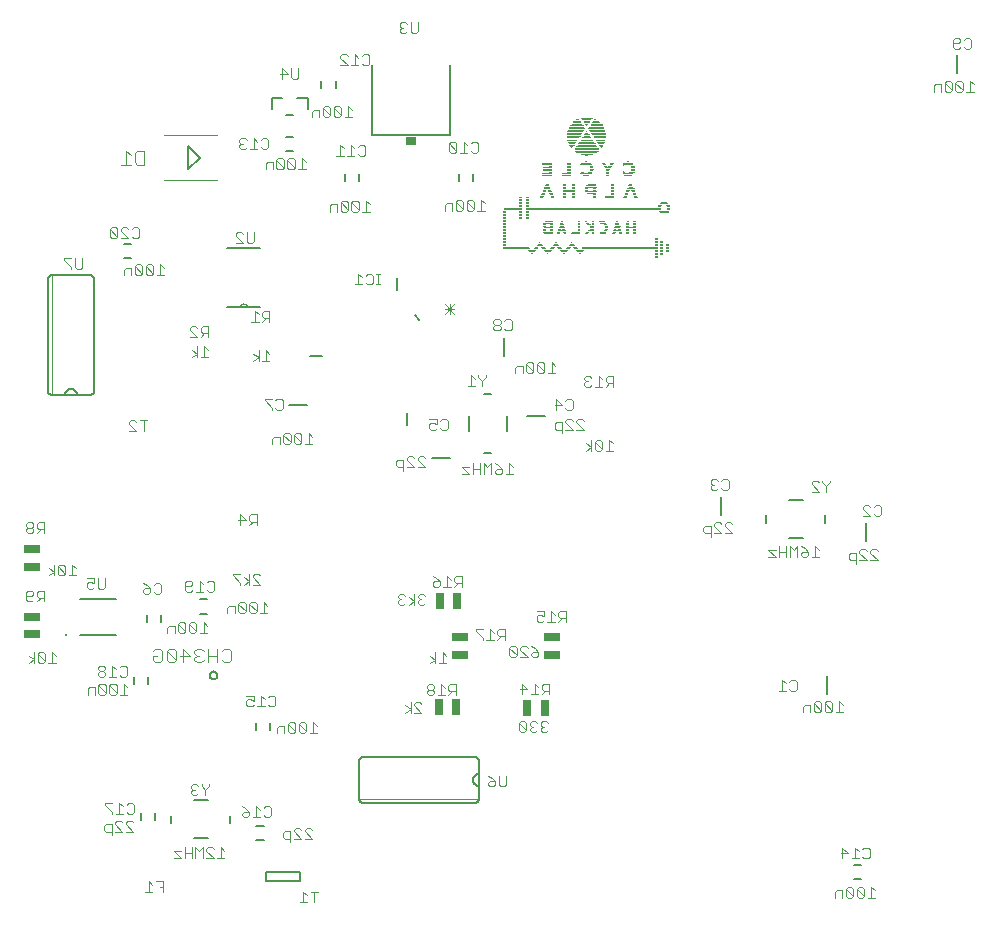
<source format=gbo>
G75*
%MOIN*%
%OFA0B0*%
%FSLAX25Y25*%
%IPPOS*%
%LPD*%
%AMOC8*
5,1,8,0,0,1.08239X$1,22.5*
%
%ADD10C,0.00300*%
%ADD11C,0.00800*%
%ADD12C,0.00600*%
%ADD13C,0.00200*%
%ADD14C,0.00400*%
%ADD15R,0.03400X0.03000*%
%ADD16C,0.00000*%
%ADD17R,0.05512X0.02559*%
%ADD18C,0.01000*%
%ADD19R,0.01000X0.00334*%
%ADD20R,0.01000X0.00333*%
%ADD21R,0.00670X0.00333*%
%ADD22R,0.00330X0.00333*%
%ADD23R,0.01330X0.00334*%
%ADD24R,0.02000X0.00333*%
%ADD25R,0.01670X0.00333*%
%ADD26R,0.02670X0.00333*%
%ADD27R,0.02660X0.00333*%
%ADD28R,0.25670X0.00334*%
%ADD29R,0.01340X0.00334*%
%ADD30R,0.09330X0.00334*%
%ADD31R,0.25340X0.00333*%
%ADD32R,0.01330X0.00333*%
%ADD33R,0.01340X0.00333*%
%ADD34R,0.09000X0.00333*%
%ADD35R,0.08670X0.00333*%
%ADD36R,0.02660X0.00334*%
%ADD37R,0.02670X0.00334*%
%ADD38R,0.00660X0.00334*%
%ADD39R,0.00670X0.00334*%
%ADD40R,0.00340X0.00333*%
%ADD41R,0.02000X0.00334*%
%ADD42R,0.03000X0.00334*%
%ADD43R,0.02330X0.00333*%
%ADD44R,0.00660X0.00333*%
%ADD45R,0.03000X0.00333*%
%ADD46R,0.03340X0.00333*%
%ADD47R,0.01660X0.00333*%
%ADD48R,0.03330X0.00334*%
%ADD49R,0.03330X0.00333*%
%ADD50R,0.01670X0.00334*%
%ADD51R,0.01660X0.00334*%
%ADD52R,0.02330X0.00334*%
%ADD53R,0.45000X0.00333*%
%ADD54R,0.06330X0.00333*%
%ADD55R,0.45000X0.00334*%
%ADD56R,0.06330X0.00334*%
%ADD57R,0.04000X0.00334*%
%ADD58R,0.03670X0.00333*%
%ADD59R,0.04000X0.00333*%
%ADD60R,0.02340X0.00333*%
%ADD61R,0.03670X0.00334*%
%ADD62R,0.03660X0.00333*%
%ADD63R,0.00330X0.00334*%
%ADD64R,0.00340X0.00334*%
%ADD65R,0.02340X0.00334*%
%ADD66R,0.04330X0.00333*%
%ADD67R,0.05670X0.00334*%
%ADD68R,0.07000X0.00333*%
%ADD69R,0.07670X0.00333*%
%ADD70R,0.09000X0.00334*%
%ADD71R,0.08330X0.00333*%
%ADD72R,0.07670X0.00334*%
%ADD73R,0.05670X0.00333*%
%ADD74R,0.05000X0.00333*%
%ADD75R,0.05000X0.00334*%
%ADD76R,0.04340X0.00333*%
%ADD77R,0.04330X0.00334*%
%ADD78R,0.04340X0.00334*%
%ADD79R,0.04660X0.00333*%
%ADD80R,0.04670X0.00333*%
%ADD81R,0.05340X0.00333*%
%ADD82R,0.05330X0.00333*%
%ADD83R,0.05330X0.00334*%
%ADD84R,0.04670X0.00334*%
%ADD85R,0.02559X0.05512*%
D10*
X0049682Y0017603D02*
X0052151Y0017603D01*
X0050917Y0017603D02*
X0050917Y0021306D01*
X0052151Y0020072D01*
X0053366Y0021306D02*
X0055834Y0021306D01*
X0055834Y0017603D01*
X0055834Y0019454D02*
X0054600Y0019454D01*
X0059238Y0028906D02*
X0061664Y0028906D01*
X0059238Y0031333D01*
X0061664Y0031333D01*
X0062863Y0030726D02*
X0065290Y0030726D01*
X0065290Y0028906D02*
X0065290Y0032546D01*
X0066488Y0032546D02*
X0066488Y0028906D01*
X0068915Y0028906D02*
X0068915Y0032546D01*
X0067701Y0031333D01*
X0066488Y0032546D01*
X0062863Y0032546D02*
X0062863Y0028906D01*
X0070113Y0028906D02*
X0072540Y0028906D01*
X0070113Y0031333D01*
X0070113Y0031939D01*
X0070720Y0032546D01*
X0071933Y0032546D01*
X0072540Y0031939D01*
X0074952Y0032546D02*
X0074952Y0028906D01*
X0076165Y0028906D02*
X0073738Y0028906D01*
X0076165Y0031333D02*
X0074952Y0032546D01*
X0082575Y0042589D02*
X0081968Y0043196D01*
X0081968Y0043802D01*
X0082575Y0044409D01*
X0084395Y0044409D01*
X0084395Y0043196D01*
X0083788Y0042589D01*
X0082575Y0042589D01*
X0084395Y0044409D02*
X0083182Y0045622D01*
X0081968Y0046229D01*
X0086807Y0046229D02*
X0086807Y0042589D01*
X0088020Y0042589D02*
X0085593Y0042589D01*
X0088020Y0045016D02*
X0086807Y0046229D01*
X0089219Y0045622D02*
X0089825Y0046229D01*
X0091039Y0046229D01*
X0091645Y0045622D01*
X0091645Y0043196D01*
X0091039Y0042589D01*
X0089825Y0042589D01*
X0089219Y0043196D01*
X0095686Y0037210D02*
X0095686Y0035997D01*
X0096293Y0035390D01*
X0098113Y0035390D01*
X0099311Y0035390D02*
X0101738Y0035390D01*
X0099311Y0037817D01*
X0099311Y0038424D01*
X0099918Y0039030D01*
X0101131Y0039030D01*
X0101738Y0038424D01*
X0102936Y0038424D02*
X0103543Y0039030D01*
X0104757Y0039030D01*
X0105363Y0038424D01*
X0102936Y0038424D02*
X0102936Y0037817D01*
X0105363Y0035390D01*
X0102936Y0035390D01*
X0098113Y0034177D02*
X0098113Y0037817D01*
X0096293Y0037817D01*
X0095686Y0037210D01*
X0069833Y0049949D02*
X0069833Y0051769D01*
X0068620Y0052983D01*
X0068620Y0053589D01*
X0067422Y0052983D02*
X0066815Y0053589D01*
X0065602Y0053589D01*
X0064995Y0052983D01*
X0064995Y0052376D01*
X0065602Y0051769D01*
X0064995Y0051163D01*
X0064995Y0050556D01*
X0065602Y0049949D01*
X0066815Y0049949D01*
X0067422Y0050556D01*
X0066208Y0051769D02*
X0065602Y0051769D01*
X0069833Y0051769D02*
X0071047Y0052983D01*
X0071047Y0053589D01*
X0093757Y0070548D02*
X0093757Y0072368D01*
X0094364Y0072974D01*
X0096184Y0072974D01*
X0096184Y0070548D01*
X0097382Y0071154D02*
X0097989Y0070548D01*
X0099202Y0070548D01*
X0099809Y0071154D01*
X0097382Y0073581D01*
X0097382Y0071154D01*
X0099809Y0071154D02*
X0099809Y0073581D01*
X0099202Y0074188D01*
X0097989Y0074188D01*
X0097382Y0073581D01*
X0101007Y0073581D02*
X0103434Y0071154D01*
X0102827Y0070548D01*
X0101614Y0070548D01*
X0101007Y0071154D01*
X0101007Y0073581D01*
X0101614Y0074188D01*
X0102827Y0074188D01*
X0103434Y0073581D01*
X0103434Y0071154D01*
X0104633Y0070548D02*
X0107059Y0070548D01*
X0105846Y0070548D02*
X0105846Y0074188D01*
X0107059Y0072974D01*
X0093181Y0080085D02*
X0093181Y0082512D01*
X0092574Y0083119D01*
X0091361Y0083119D01*
X0090754Y0082512D01*
X0089556Y0081905D02*
X0088342Y0083119D01*
X0088342Y0079479D01*
X0087129Y0079479D02*
X0089556Y0079479D01*
X0090754Y0080085D02*
X0091361Y0079479D01*
X0092574Y0079479D01*
X0093181Y0080085D01*
X0085930Y0080085D02*
X0085324Y0079479D01*
X0084110Y0079479D01*
X0083504Y0080085D01*
X0083504Y0081299D01*
X0084110Y0081905D01*
X0084717Y0081905D01*
X0085930Y0081299D01*
X0085930Y0083119D01*
X0083504Y0083119D01*
X0070406Y0103894D02*
X0067979Y0103894D01*
X0069192Y0103894D02*
X0069192Y0107534D01*
X0070406Y0106321D01*
X0066781Y0106928D02*
X0066781Y0104501D01*
X0064354Y0106928D01*
X0064354Y0104501D01*
X0064961Y0103894D01*
X0066174Y0103894D01*
X0066781Y0104501D01*
X0066781Y0106928D02*
X0066174Y0107534D01*
X0064961Y0107534D01*
X0064354Y0106928D01*
X0063155Y0106928D02*
X0062549Y0107534D01*
X0061335Y0107534D01*
X0060729Y0106928D01*
X0063155Y0104501D01*
X0062549Y0103894D01*
X0061335Y0103894D01*
X0060729Y0104501D01*
X0060729Y0106928D01*
X0059530Y0106321D02*
X0059530Y0103894D01*
X0057104Y0103894D02*
X0057104Y0105714D01*
X0057710Y0106321D01*
X0059530Y0106321D01*
X0063155Y0106928D02*
X0063155Y0104501D01*
X0077182Y0110587D02*
X0077182Y0112407D01*
X0077789Y0113014D01*
X0079609Y0113014D01*
X0079609Y0110587D01*
X0080807Y0111194D02*
X0081414Y0110587D01*
X0082627Y0110587D01*
X0083234Y0111194D01*
X0080807Y0113620D01*
X0080807Y0111194D01*
X0080807Y0113620D02*
X0081414Y0114227D01*
X0082627Y0114227D01*
X0083234Y0113620D01*
X0083234Y0111194D01*
X0084433Y0111194D02*
X0084433Y0113620D01*
X0086859Y0111194D01*
X0086253Y0110587D01*
X0085039Y0110587D01*
X0084433Y0111194D01*
X0086859Y0111194D02*
X0086859Y0113620D01*
X0086253Y0114227D01*
X0085039Y0114227D01*
X0084433Y0113620D01*
X0088058Y0110587D02*
X0090484Y0110587D01*
X0089271Y0110587D02*
X0089271Y0114227D01*
X0090484Y0113014D01*
X0088035Y0120126D02*
X0085608Y0122553D01*
X0085608Y0123160D01*
X0086215Y0123766D01*
X0087428Y0123766D01*
X0088035Y0123160D01*
X0088035Y0120126D02*
X0085608Y0120126D01*
X0084410Y0120126D02*
X0084410Y0123766D01*
X0082590Y0122553D02*
X0084410Y0121340D01*
X0082590Y0120126D01*
X0081389Y0120126D02*
X0081389Y0120733D01*
X0078962Y0123160D01*
X0078962Y0123766D01*
X0081389Y0123766D01*
X0072748Y0120819D02*
X0072748Y0118393D01*
X0072141Y0117786D01*
X0070928Y0117786D01*
X0070321Y0118393D01*
X0069123Y0117786D02*
X0066696Y0117786D01*
X0067909Y0117786D02*
X0067909Y0121426D01*
X0069123Y0120213D01*
X0070321Y0120819D02*
X0070928Y0121426D01*
X0072141Y0121426D01*
X0072748Y0120819D01*
X0065497Y0120819D02*
X0065497Y0120213D01*
X0064891Y0119606D01*
X0063071Y0119606D01*
X0063071Y0120819D02*
X0063677Y0121426D01*
X0064891Y0121426D01*
X0065497Y0120819D01*
X0063071Y0120819D02*
X0063071Y0118393D01*
X0063677Y0117786D01*
X0064891Y0117786D01*
X0065497Y0118393D01*
X0055031Y0117605D02*
X0054424Y0116998D01*
X0053211Y0116998D01*
X0052604Y0117605D01*
X0051406Y0117605D02*
X0050799Y0116998D01*
X0049586Y0116998D01*
X0048979Y0117605D01*
X0048979Y0118212D01*
X0049586Y0118818D01*
X0051406Y0118818D01*
X0051406Y0117605D01*
X0051406Y0118818D02*
X0050193Y0120032D01*
X0048979Y0120639D01*
X0052604Y0120032D02*
X0053211Y0120639D01*
X0054424Y0120639D01*
X0055031Y0120032D01*
X0055031Y0117605D01*
X0036330Y0119304D02*
X0035724Y0118698D01*
X0034510Y0118698D01*
X0033904Y0119304D01*
X0033904Y0122338D01*
X0032705Y0122338D02*
X0032705Y0120518D01*
X0031492Y0121124D01*
X0030885Y0121124D01*
X0030278Y0120518D01*
X0030278Y0119304D01*
X0030885Y0118698D01*
X0032099Y0118698D01*
X0032705Y0119304D01*
X0032705Y0122338D02*
X0030278Y0122338D01*
X0026625Y0123142D02*
X0024198Y0123142D01*
X0025412Y0123142D02*
X0025412Y0126782D01*
X0026625Y0125569D01*
X0023000Y0126176D02*
X0023000Y0123749D01*
X0020573Y0126176D01*
X0020573Y0123749D01*
X0021180Y0123142D01*
X0022393Y0123142D01*
X0023000Y0123749D01*
X0023000Y0126176D02*
X0022393Y0126782D01*
X0021180Y0126782D01*
X0020573Y0126176D01*
X0019375Y0126782D02*
X0019375Y0123142D01*
X0019375Y0124355D02*
X0017555Y0125569D01*
X0019375Y0124355D02*
X0017555Y0123142D01*
X0016124Y0118113D02*
X0014304Y0118113D01*
X0013697Y0117506D01*
X0013697Y0116293D01*
X0014304Y0115686D01*
X0016124Y0115686D01*
X0016124Y0114473D02*
X0016124Y0118113D01*
X0014911Y0115686D02*
X0013697Y0114473D01*
X0012499Y0115080D02*
X0011892Y0114473D01*
X0010679Y0114473D01*
X0010072Y0115080D01*
X0010072Y0117506D01*
X0010679Y0118113D01*
X0011892Y0118113D01*
X0012499Y0117506D01*
X0012499Y0116900D01*
X0011892Y0116293D01*
X0010072Y0116293D01*
X0036330Y0119304D02*
X0036330Y0122338D01*
X0016124Y0137307D02*
X0016124Y0140948D01*
X0014304Y0140948D01*
X0013697Y0140341D01*
X0013697Y0139128D01*
X0014304Y0138521D01*
X0016124Y0138521D01*
X0014911Y0138521D02*
X0013697Y0137307D01*
X0012499Y0137914D02*
X0012499Y0138521D01*
X0011892Y0139128D01*
X0010679Y0139128D01*
X0010072Y0138521D01*
X0010072Y0137914D01*
X0010679Y0137307D01*
X0011892Y0137307D01*
X0012499Y0137914D01*
X0011892Y0139128D02*
X0012499Y0139734D01*
X0012499Y0140341D01*
X0011892Y0140948D01*
X0010679Y0140948D01*
X0010072Y0140341D01*
X0010072Y0139734D01*
X0010679Y0139128D01*
X0044361Y0171355D02*
X0046788Y0171355D01*
X0044361Y0173781D01*
X0044361Y0174388D01*
X0044968Y0174995D01*
X0046181Y0174995D01*
X0046788Y0174388D01*
X0047986Y0174995D02*
X0050413Y0174995D01*
X0049200Y0174995D02*
X0049200Y0171355D01*
X0065228Y0195874D02*
X0067048Y0197088D01*
X0065228Y0198301D01*
X0067048Y0199515D02*
X0067048Y0195874D01*
X0068246Y0195874D02*
X0070673Y0195874D01*
X0069459Y0195874D02*
X0069459Y0199515D01*
X0070673Y0198301D01*
X0070673Y0202607D02*
X0070673Y0206247D01*
X0068853Y0206247D01*
X0068246Y0205640D01*
X0068246Y0204427D01*
X0068853Y0203820D01*
X0070673Y0203820D01*
X0069459Y0203820D02*
X0068246Y0202607D01*
X0067048Y0202607D02*
X0064621Y0205033D01*
X0064621Y0205640D01*
X0065228Y0206247D01*
X0066441Y0206247D01*
X0067048Y0205640D01*
X0067048Y0202607D02*
X0064621Y0202607D01*
X0085093Y0207725D02*
X0087520Y0207725D01*
X0088719Y0207725D02*
X0089932Y0208938D01*
X0089325Y0208938D02*
X0091145Y0208938D01*
X0091145Y0207725D02*
X0091145Y0211365D01*
X0089325Y0211365D01*
X0088719Y0210758D01*
X0088719Y0209545D01*
X0089325Y0208938D01*
X0087520Y0210152D02*
X0086307Y0211365D01*
X0086307Y0207725D01*
X0087520Y0198333D02*
X0087520Y0194693D01*
X0088719Y0194693D02*
X0091145Y0194693D01*
X0089932Y0194693D02*
X0089932Y0198333D01*
X0091145Y0197120D01*
X0087520Y0195907D02*
X0085700Y0194693D01*
X0087520Y0195907D02*
X0085700Y0197120D01*
X0089550Y0182097D02*
X0089550Y0181491D01*
X0091977Y0179064D01*
X0091977Y0178457D01*
X0093175Y0179064D02*
X0093782Y0178457D01*
X0094995Y0178457D01*
X0095602Y0179064D01*
X0095602Y0181491D01*
X0094995Y0182097D01*
X0093782Y0182097D01*
X0093175Y0181491D01*
X0091977Y0182097D02*
X0089550Y0182097D01*
X0092749Y0169309D02*
X0092142Y0168702D01*
X0092142Y0166882D01*
X0094569Y0166882D02*
X0094569Y0169309D01*
X0092749Y0169309D01*
X0095767Y0169916D02*
X0095767Y0167489D01*
X0096374Y0166882D01*
X0097588Y0166882D01*
X0098194Y0167489D01*
X0095767Y0169916D01*
X0096374Y0170522D01*
X0097588Y0170522D01*
X0098194Y0169916D01*
X0098194Y0167489D01*
X0099393Y0167489D02*
X0099999Y0166882D01*
X0101213Y0166882D01*
X0101819Y0167489D01*
X0099393Y0169916D01*
X0099393Y0167489D01*
X0101819Y0167489D02*
X0101819Y0169916D01*
X0101213Y0170522D01*
X0099999Y0170522D01*
X0099393Y0169916D01*
X0103018Y0166882D02*
X0105444Y0166882D01*
X0104231Y0166882D02*
X0104231Y0170522D01*
X0105444Y0169309D01*
X0133405Y0161143D02*
X0133405Y0159930D01*
X0134012Y0159323D01*
X0135832Y0159323D01*
X0137030Y0159323D02*
X0139457Y0159323D01*
X0137030Y0161750D01*
X0137030Y0162357D01*
X0137637Y0162963D01*
X0138850Y0162963D01*
X0139457Y0162357D01*
X0140656Y0162357D02*
X0141262Y0162963D01*
X0142476Y0162963D01*
X0143082Y0162357D01*
X0140656Y0162357D02*
X0140656Y0161750D01*
X0143082Y0159323D01*
X0140656Y0159323D01*
X0135832Y0158110D02*
X0135832Y0161750D01*
X0134012Y0161750D01*
X0133405Y0161143D01*
X0144511Y0172292D02*
X0145117Y0171685D01*
X0146331Y0171685D01*
X0146937Y0172292D01*
X0148136Y0172292D02*
X0148743Y0171685D01*
X0149956Y0171685D01*
X0150563Y0172292D01*
X0150563Y0174719D01*
X0149956Y0175326D01*
X0148743Y0175326D01*
X0148136Y0174719D01*
X0146937Y0175326D02*
X0146937Y0173505D01*
X0145724Y0174112D01*
X0145117Y0174112D01*
X0144511Y0173505D01*
X0144511Y0172292D01*
X0144511Y0175326D02*
X0146937Y0175326D01*
X0157200Y0186170D02*
X0159626Y0186170D01*
X0158413Y0186170D02*
X0158413Y0189810D01*
X0159626Y0188596D01*
X0160825Y0189203D02*
X0162038Y0187990D01*
X0162038Y0186170D01*
X0162038Y0187990D02*
X0163252Y0189203D01*
X0163252Y0189810D01*
X0160825Y0189810D02*
X0160825Y0189203D01*
X0173123Y0190536D02*
X0173123Y0192356D01*
X0173730Y0192963D01*
X0175550Y0192963D01*
X0175550Y0190536D01*
X0176748Y0191143D02*
X0176748Y0193569D01*
X0179175Y0191143D01*
X0178568Y0190536D01*
X0177355Y0190536D01*
X0176748Y0191143D01*
X0176748Y0193569D02*
X0177355Y0194176D01*
X0178568Y0194176D01*
X0179175Y0193569D01*
X0179175Y0191143D01*
X0180374Y0191143D02*
X0180980Y0190536D01*
X0182194Y0190536D01*
X0182800Y0191143D01*
X0180374Y0193569D01*
X0180374Y0191143D01*
X0182800Y0191143D02*
X0182800Y0193569D01*
X0182194Y0194176D01*
X0180980Y0194176D01*
X0180374Y0193569D01*
X0183999Y0190536D02*
X0186425Y0190536D01*
X0185212Y0190536D02*
X0185212Y0194176D01*
X0186425Y0192963D01*
X0196035Y0189105D02*
X0196035Y0188498D01*
X0196642Y0187891D01*
X0196035Y0187285D01*
X0196035Y0186678D01*
X0196642Y0186071D01*
X0197855Y0186071D01*
X0198462Y0186678D01*
X0199660Y0186071D02*
X0202087Y0186071D01*
X0203285Y0186071D02*
X0204499Y0187285D01*
X0203892Y0187285D02*
X0205712Y0187285D01*
X0205712Y0186071D02*
X0205712Y0189711D01*
X0203892Y0189711D01*
X0203285Y0189105D01*
X0203285Y0187891D01*
X0203892Y0187285D01*
X0202087Y0188498D02*
X0200874Y0189711D01*
X0200874Y0186071D01*
X0198462Y0189105D02*
X0197855Y0189711D01*
X0196642Y0189711D01*
X0196035Y0189105D01*
X0196642Y0187891D02*
X0197249Y0187891D01*
X0191639Y0181892D02*
X0190426Y0181892D01*
X0189819Y0181286D01*
X0188621Y0180072D02*
X0186194Y0180072D01*
X0186801Y0178252D02*
X0186801Y0181892D01*
X0188621Y0180072D01*
X0189819Y0178859D02*
X0190426Y0178252D01*
X0191639Y0178252D01*
X0192246Y0178859D01*
X0192246Y0181286D01*
X0191639Y0181892D01*
X0191639Y0175357D02*
X0190426Y0175357D01*
X0189819Y0174750D01*
X0189819Y0174144D01*
X0192246Y0171717D01*
X0189819Y0171717D01*
X0188621Y0171717D02*
X0186801Y0171717D01*
X0186194Y0172324D01*
X0186194Y0173537D01*
X0186801Y0174144D01*
X0188621Y0174144D01*
X0188621Y0170504D01*
X0193444Y0171717D02*
X0195871Y0171717D01*
X0193444Y0174144D01*
X0193444Y0174750D01*
X0194051Y0175357D01*
X0195264Y0175357D01*
X0195871Y0174750D01*
X0192246Y0174750D02*
X0191639Y0175357D01*
X0196642Y0167199D02*
X0198462Y0165985D01*
X0196642Y0164772D01*
X0198462Y0164772D02*
X0198462Y0168412D01*
X0199660Y0167805D02*
X0202087Y0165379D01*
X0201480Y0164772D01*
X0200267Y0164772D01*
X0199660Y0165379D01*
X0199660Y0167805D01*
X0200267Y0168412D01*
X0201480Y0168412D01*
X0202087Y0167805D01*
X0202087Y0165379D01*
X0203285Y0164772D02*
X0205712Y0164772D01*
X0204499Y0164772D02*
X0204499Y0168412D01*
X0205712Y0167199D01*
X0172307Y0159285D02*
X0171093Y0160499D01*
X0171093Y0156859D01*
X0169880Y0156859D02*
X0172307Y0156859D01*
X0168682Y0157465D02*
X0168682Y0158679D01*
X0166862Y0158679D01*
X0166255Y0158072D01*
X0166255Y0157465D01*
X0166862Y0156859D01*
X0168075Y0156859D01*
X0168682Y0157465D01*
X0168682Y0158679D02*
X0167468Y0159892D01*
X0166255Y0160499D01*
X0165056Y0160499D02*
X0163843Y0159285D01*
X0162630Y0160499D01*
X0162630Y0156859D01*
X0161431Y0156859D02*
X0161431Y0160499D01*
X0161431Y0158679D02*
X0159005Y0158679D01*
X0157806Y0159285D02*
X0155379Y0159285D01*
X0157806Y0156859D01*
X0155379Y0156859D01*
X0159005Y0156859D02*
X0159005Y0160499D01*
X0165056Y0160499D02*
X0165056Y0156859D01*
X0155228Y0122963D02*
X0153408Y0122963D01*
X0152801Y0122357D01*
X0152801Y0121143D01*
X0153408Y0120537D01*
X0155228Y0120537D01*
X0154015Y0120537D02*
X0152801Y0119323D01*
X0151603Y0119323D02*
X0149176Y0119323D01*
X0150389Y0119323D02*
X0150389Y0122963D01*
X0151603Y0121750D01*
X0147978Y0121143D02*
X0146158Y0121143D01*
X0145551Y0120537D01*
X0145551Y0119930D01*
X0146158Y0119323D01*
X0147371Y0119323D01*
X0147978Y0119930D01*
X0147978Y0121143D01*
X0146764Y0122357D01*
X0145551Y0122963D01*
X0142417Y0117050D02*
X0141203Y0117050D01*
X0140596Y0116443D01*
X0140596Y0115837D01*
X0141203Y0115230D01*
X0140596Y0114623D01*
X0140596Y0114017D01*
X0141203Y0113410D01*
X0142417Y0113410D01*
X0143023Y0114017D01*
X0141810Y0115230D02*
X0141203Y0115230D01*
X0139398Y0114623D02*
X0137578Y0113410D01*
X0136377Y0114017D02*
X0135770Y0113410D01*
X0134557Y0113410D01*
X0133950Y0114017D01*
X0133950Y0114623D01*
X0134557Y0115230D01*
X0135164Y0115230D01*
X0134557Y0115230D02*
X0133950Y0115837D01*
X0133950Y0116443D01*
X0134557Y0117050D01*
X0135770Y0117050D01*
X0136377Y0116443D01*
X0137578Y0115837D02*
X0139398Y0114623D01*
X0139398Y0113410D02*
X0139398Y0117050D01*
X0142417Y0117050D02*
X0143023Y0116443D01*
X0155228Y0119323D02*
X0155228Y0122963D01*
X0159875Y0105318D02*
X0159875Y0104711D01*
X0162302Y0102284D01*
X0162302Y0101678D01*
X0163500Y0101678D02*
X0165927Y0101678D01*
X0167125Y0101678D02*
X0168339Y0102891D01*
X0167732Y0102891D02*
X0169552Y0102891D01*
X0169552Y0101678D02*
X0169552Y0105318D01*
X0167732Y0105318D01*
X0167125Y0104711D01*
X0167125Y0103498D01*
X0167732Y0102891D01*
X0165927Y0104104D02*
X0164714Y0105318D01*
X0164714Y0101678D01*
X0162302Y0105318D02*
X0159875Y0105318D01*
X0171141Y0098924D02*
X0173568Y0096497D01*
X0172962Y0095890D01*
X0171748Y0095890D01*
X0171141Y0096497D01*
X0171141Y0098924D01*
X0171748Y0099530D01*
X0172962Y0099530D01*
X0173568Y0098924D01*
X0173568Y0096497D01*
X0174767Y0095890D02*
X0177193Y0095890D01*
X0174767Y0098317D01*
X0174767Y0098924D01*
X0175373Y0099530D01*
X0176587Y0099530D01*
X0177193Y0098924D01*
X0178392Y0099530D02*
X0179605Y0098924D01*
X0180819Y0097710D01*
X0178998Y0097710D01*
X0178392Y0097104D01*
X0178392Y0096497D01*
X0178998Y0095890D01*
X0180212Y0095890D01*
X0180819Y0096497D01*
X0180819Y0097710D01*
X0180803Y0107709D02*
X0182017Y0107709D01*
X0182623Y0108316D01*
X0182623Y0109529D02*
X0181410Y0110136D01*
X0180803Y0110136D01*
X0180197Y0109529D01*
X0180197Y0108316D01*
X0180803Y0107709D01*
X0182623Y0109529D02*
X0182623Y0111349D01*
X0180197Y0111349D01*
X0185035Y0111349D02*
X0185035Y0107709D01*
X0186248Y0107709D02*
X0183822Y0107709D01*
X0186248Y0110136D02*
X0185035Y0111349D01*
X0187447Y0110742D02*
X0187447Y0109529D01*
X0188054Y0108922D01*
X0189874Y0108922D01*
X0189874Y0107709D02*
X0189874Y0111349D01*
X0188054Y0111349D01*
X0187447Y0110742D01*
X0188660Y0108922D02*
X0187447Y0107709D01*
X0184362Y0087137D02*
X0182542Y0087137D01*
X0181935Y0086530D01*
X0181935Y0085317D01*
X0182542Y0084710D01*
X0184362Y0084710D01*
X0183148Y0084710D02*
X0181935Y0083496D01*
X0180737Y0083496D02*
X0178310Y0083496D01*
X0179523Y0083496D02*
X0179523Y0087137D01*
X0180737Y0085923D01*
X0177112Y0085317D02*
X0174685Y0085317D01*
X0175291Y0087137D02*
X0177112Y0085317D01*
X0175291Y0087137D02*
X0175291Y0083496D01*
X0174898Y0074530D02*
X0174291Y0073924D01*
X0176718Y0071497D01*
X0176111Y0070890D01*
X0174898Y0070890D01*
X0174291Y0071497D01*
X0174291Y0073924D01*
X0174898Y0074530D02*
X0176111Y0074530D01*
X0176718Y0073924D01*
X0176718Y0071497D01*
X0177916Y0071497D02*
X0178523Y0070890D01*
X0179736Y0070890D01*
X0180343Y0071497D01*
X0181541Y0071497D02*
X0182148Y0070890D01*
X0183361Y0070890D01*
X0183968Y0071497D01*
X0182755Y0072710D02*
X0182148Y0072710D01*
X0181541Y0072104D01*
X0181541Y0071497D01*
X0182148Y0072710D02*
X0181541Y0073317D01*
X0181541Y0073924D01*
X0182148Y0074530D01*
X0183361Y0074530D01*
X0183968Y0073924D01*
X0180343Y0073924D02*
X0179736Y0074530D01*
X0178523Y0074530D01*
X0177916Y0073924D01*
X0177916Y0073317D01*
X0178523Y0072710D01*
X0177916Y0072104D01*
X0177916Y0071497D01*
X0178523Y0072710D02*
X0179130Y0072710D01*
X0184362Y0083496D02*
X0184362Y0087137D01*
X0153259Y0086940D02*
X0153259Y0083300D01*
X0153259Y0084513D02*
X0151439Y0084513D01*
X0150833Y0085120D01*
X0150833Y0086333D01*
X0151439Y0086940D01*
X0153259Y0086940D01*
X0152046Y0084513D02*
X0150833Y0083300D01*
X0149634Y0083300D02*
X0147208Y0083300D01*
X0148421Y0083300D02*
X0148421Y0086940D01*
X0149634Y0085726D01*
X0146009Y0085726D02*
X0146009Y0086333D01*
X0145402Y0086940D01*
X0144189Y0086940D01*
X0143582Y0086333D01*
X0143582Y0085726D01*
X0144189Y0085120D01*
X0145402Y0085120D01*
X0146009Y0085726D01*
X0145402Y0085120D02*
X0146009Y0084513D01*
X0146009Y0083906D01*
X0145402Y0083300D01*
X0144189Y0083300D01*
X0143582Y0083906D01*
X0143582Y0084513D01*
X0144189Y0085120D01*
X0141235Y0081026D02*
X0141842Y0080420D01*
X0141235Y0081026D02*
X0140022Y0081026D01*
X0139415Y0080420D01*
X0139415Y0079813D01*
X0141842Y0077386D01*
X0139415Y0077386D01*
X0138217Y0077386D02*
X0138217Y0081026D01*
X0136397Y0079813D02*
X0138217Y0078600D01*
X0136397Y0077386D01*
X0144665Y0093922D02*
X0146485Y0095135D01*
X0144665Y0096348D01*
X0146485Y0097562D02*
X0146485Y0093922D01*
X0147683Y0093922D02*
X0150110Y0093922D01*
X0148896Y0093922D02*
X0148896Y0097562D01*
X0150110Y0096348D01*
X0086854Y0139851D02*
X0086854Y0143491D01*
X0085034Y0143491D01*
X0084427Y0142884D01*
X0084427Y0141671D01*
X0085034Y0141064D01*
X0086854Y0141064D01*
X0085641Y0141064D02*
X0084427Y0139851D01*
X0083229Y0141671D02*
X0081409Y0143491D01*
X0081409Y0139851D01*
X0080802Y0141671D02*
X0083229Y0141671D01*
X0019932Y0096435D02*
X0018719Y0097648D01*
X0018719Y0094008D01*
X0019932Y0094008D02*
X0017506Y0094008D01*
X0016307Y0094615D02*
X0015700Y0094008D01*
X0014487Y0094008D01*
X0013880Y0094615D01*
X0013880Y0097042D01*
X0016307Y0094615D01*
X0016307Y0097042D01*
X0015700Y0097648D01*
X0014487Y0097648D01*
X0013880Y0097042D01*
X0012682Y0097648D02*
X0012682Y0094008D01*
X0012682Y0095222D02*
X0010862Y0094008D01*
X0012682Y0095222D02*
X0010862Y0096435D01*
X0030524Y0085265D02*
X0030524Y0083445D01*
X0030524Y0085265D02*
X0031131Y0085872D01*
X0032951Y0085872D01*
X0032951Y0083445D01*
X0034149Y0084052D02*
X0034756Y0083445D01*
X0035969Y0083445D01*
X0036576Y0084052D01*
X0034149Y0086479D01*
X0034149Y0084052D01*
X0034149Y0086479D02*
X0034756Y0087085D01*
X0035969Y0087085D01*
X0036576Y0086479D01*
X0036576Y0084052D01*
X0037775Y0084052D02*
X0037775Y0086479D01*
X0040201Y0084052D01*
X0039595Y0083445D01*
X0038381Y0083445D01*
X0037775Y0084052D01*
X0040201Y0084052D02*
X0040201Y0086479D01*
X0039595Y0087085D01*
X0038381Y0087085D01*
X0037775Y0086479D01*
X0037562Y0089439D02*
X0039989Y0089439D01*
X0038775Y0089439D02*
X0038775Y0093079D01*
X0039989Y0091866D01*
X0041187Y0092473D02*
X0041794Y0093079D01*
X0043007Y0093079D01*
X0043614Y0092473D01*
X0043614Y0090046D01*
X0043007Y0089439D01*
X0041794Y0089439D01*
X0041187Y0090046D01*
X0042613Y0087085D02*
X0042613Y0083445D01*
X0043826Y0083445D02*
X0041400Y0083445D01*
X0043826Y0085872D02*
X0042613Y0087085D01*
X0036364Y0090046D02*
X0036364Y0090653D01*
X0035757Y0091259D01*
X0034543Y0091259D01*
X0033937Y0090653D01*
X0033937Y0090046D01*
X0034543Y0089439D01*
X0035757Y0089439D01*
X0036364Y0090046D01*
X0035757Y0091259D02*
X0036364Y0091866D01*
X0036364Y0092473D01*
X0035757Y0093079D01*
X0034543Y0093079D01*
X0033937Y0092473D01*
X0033937Y0091866D01*
X0034543Y0091259D01*
X0036299Y0047410D02*
X0036299Y0046804D01*
X0038726Y0044377D01*
X0038726Y0043770D01*
X0039924Y0043770D02*
X0042351Y0043770D01*
X0041137Y0043770D02*
X0041137Y0047410D01*
X0042351Y0046197D01*
X0043549Y0046804D02*
X0044156Y0047410D01*
X0045369Y0047410D01*
X0045976Y0046804D01*
X0045976Y0044377D01*
X0045369Y0043770D01*
X0044156Y0043770D01*
X0043549Y0044377D01*
X0043975Y0041416D02*
X0045188Y0041416D01*
X0045795Y0040809D01*
X0043975Y0041416D02*
X0043368Y0040809D01*
X0043368Y0040203D01*
X0045795Y0037776D01*
X0043368Y0037776D01*
X0042170Y0037776D02*
X0039743Y0040203D01*
X0039743Y0040809D01*
X0040350Y0041416D01*
X0041563Y0041416D01*
X0042170Y0040809D01*
X0042170Y0037776D02*
X0039743Y0037776D01*
X0038545Y0037776D02*
X0036725Y0037776D01*
X0036118Y0038383D01*
X0036118Y0039596D01*
X0036725Y0040203D01*
X0038545Y0040203D01*
X0038545Y0036563D01*
X0038726Y0047410D02*
X0036299Y0047410D01*
X0235767Y0137883D02*
X0236374Y0137276D01*
X0238194Y0137276D01*
X0239393Y0137276D02*
X0241819Y0137276D01*
X0239393Y0139703D01*
X0239393Y0140309D01*
X0239999Y0140916D01*
X0241213Y0140916D01*
X0241819Y0140309D01*
X0243018Y0140309D02*
X0243624Y0140916D01*
X0244838Y0140916D01*
X0245444Y0140309D01*
X0243018Y0140309D02*
X0243018Y0139703D01*
X0245444Y0137276D01*
X0243018Y0137276D01*
X0238194Y0136063D02*
X0238194Y0139703D01*
X0236374Y0139703D01*
X0235767Y0139096D01*
X0235767Y0137883D01*
X0238818Y0151607D02*
X0240032Y0151607D01*
X0240638Y0152213D01*
X0241837Y0152213D02*
X0242443Y0151607D01*
X0243657Y0151607D01*
X0244263Y0152213D01*
X0244263Y0154640D01*
X0243657Y0155247D01*
X0242443Y0155247D01*
X0241837Y0154640D01*
X0240638Y0154640D02*
X0240032Y0155247D01*
X0238818Y0155247D01*
X0238212Y0154640D01*
X0238212Y0154033D01*
X0238818Y0153427D01*
X0238212Y0152820D01*
X0238212Y0152213D01*
X0238818Y0151607D01*
X0238818Y0153427D02*
X0239425Y0153427D01*
X0257466Y0131726D02*
X0259893Y0129300D01*
X0257466Y0129300D01*
X0257466Y0131726D02*
X0259893Y0131726D01*
X0261091Y0131120D02*
X0263518Y0131120D01*
X0263518Y0129300D02*
X0263518Y0132940D01*
X0264716Y0132940D02*
X0264716Y0129300D01*
X0267143Y0129300D02*
X0267143Y0132940D01*
X0265930Y0131726D01*
X0264716Y0132940D01*
X0261091Y0132940D02*
X0261091Y0129300D01*
X0268341Y0129906D02*
X0268341Y0130513D01*
X0268948Y0131120D01*
X0270768Y0131120D01*
X0270768Y0129906D01*
X0270161Y0129300D01*
X0268948Y0129300D01*
X0268341Y0129906D01*
X0269555Y0132333D02*
X0268341Y0132940D01*
X0269555Y0132333D02*
X0270768Y0131120D01*
X0271967Y0129300D02*
X0274393Y0129300D01*
X0273180Y0129300D02*
X0273180Y0132940D01*
X0274393Y0131726D01*
X0284193Y0130041D02*
X0284193Y0128828D01*
X0284799Y0128221D01*
X0286619Y0128221D01*
X0287818Y0128221D02*
X0290245Y0128221D01*
X0287818Y0130648D01*
X0287818Y0131254D01*
X0288424Y0131861D01*
X0289638Y0131861D01*
X0290245Y0131254D01*
X0291443Y0131254D02*
X0292050Y0131861D01*
X0293263Y0131861D01*
X0293870Y0131254D01*
X0291443Y0131254D02*
X0291443Y0130648D01*
X0293870Y0128221D01*
X0291443Y0128221D01*
X0286619Y0127008D02*
X0286619Y0130648D01*
X0284799Y0130648D01*
X0284193Y0130041D01*
X0288999Y0142945D02*
X0291426Y0142945D01*
X0288999Y0145372D01*
X0288999Y0145979D01*
X0289606Y0146585D01*
X0290819Y0146585D01*
X0291426Y0145979D01*
X0292624Y0145979D02*
X0293231Y0146585D01*
X0294444Y0146585D01*
X0295051Y0145979D01*
X0295051Y0143552D01*
X0294444Y0142945D01*
X0293231Y0142945D01*
X0292624Y0143552D01*
X0276723Y0151130D02*
X0276723Y0152950D01*
X0275510Y0154164D01*
X0275510Y0154770D01*
X0274311Y0154164D02*
X0273705Y0154770D01*
X0272491Y0154770D01*
X0271885Y0154164D01*
X0271885Y0153557D01*
X0274311Y0151130D01*
X0271885Y0151130D01*
X0276723Y0152950D02*
X0277937Y0154164D01*
X0277937Y0154770D01*
X0266334Y0088396D02*
X0266941Y0087790D01*
X0266941Y0085363D01*
X0266334Y0084756D01*
X0265120Y0084756D01*
X0264514Y0085363D01*
X0263315Y0084756D02*
X0260889Y0084756D01*
X0262102Y0084756D02*
X0262102Y0088396D01*
X0263315Y0087183D01*
X0264514Y0087790D02*
X0265120Y0088396D01*
X0266334Y0088396D01*
X0273225Y0081152D02*
X0272618Y0080546D01*
X0275045Y0078119D01*
X0274438Y0077512D01*
X0273225Y0077512D01*
X0272618Y0078119D01*
X0272618Y0080546D01*
X0273225Y0081152D02*
X0274438Y0081152D01*
X0275045Y0080546D01*
X0275045Y0078119D01*
X0276243Y0078119D02*
X0276850Y0077512D01*
X0278063Y0077512D01*
X0278670Y0078119D01*
X0276243Y0080546D01*
X0276243Y0078119D01*
X0276243Y0080546D02*
X0276850Y0081152D01*
X0278063Y0081152D01*
X0278670Y0080546D01*
X0278670Y0078119D01*
X0279868Y0077512D02*
X0282295Y0077512D01*
X0281082Y0077512D02*
X0281082Y0081152D01*
X0282295Y0079939D01*
X0271419Y0079939D02*
X0271419Y0077512D01*
X0268993Y0077512D02*
X0268993Y0079332D01*
X0269599Y0079939D01*
X0271419Y0079939D01*
X0282181Y0032450D02*
X0284001Y0030630D01*
X0281575Y0030630D01*
X0282181Y0032450D02*
X0282181Y0028809D01*
X0285200Y0028809D02*
X0287626Y0028809D01*
X0286413Y0028809D02*
X0286413Y0032450D01*
X0287626Y0031236D01*
X0288825Y0031843D02*
X0289432Y0032450D01*
X0290645Y0032450D01*
X0291252Y0031843D01*
X0291252Y0029416D01*
X0290645Y0028809D01*
X0289432Y0028809D01*
X0288825Y0029416D01*
X0288807Y0019369D02*
X0287594Y0019369D01*
X0286987Y0018762D01*
X0289414Y0016335D01*
X0288807Y0015729D01*
X0287594Y0015729D01*
X0286987Y0016335D01*
X0286987Y0018762D01*
X0285789Y0018762D02*
X0285182Y0019369D01*
X0283969Y0019369D01*
X0283362Y0018762D01*
X0285789Y0016335D01*
X0285182Y0015729D01*
X0283969Y0015729D01*
X0283362Y0016335D01*
X0283362Y0018762D01*
X0282164Y0018155D02*
X0280344Y0018155D01*
X0279737Y0017549D01*
X0279737Y0015729D01*
X0282164Y0015729D02*
X0282164Y0018155D01*
X0285789Y0018762D02*
X0285789Y0016335D01*
X0289414Y0016335D02*
X0289414Y0018762D01*
X0288807Y0019369D01*
X0291826Y0019369D02*
X0291826Y0015729D01*
X0293039Y0015729D02*
X0290612Y0015729D01*
X0293039Y0018155D02*
X0291826Y0019369D01*
X0171295Y0204835D02*
X0170081Y0204835D01*
X0169474Y0205442D01*
X0168276Y0205442D02*
X0168276Y0206048D01*
X0167669Y0206655D01*
X0166456Y0206655D01*
X0165849Y0206048D01*
X0165849Y0205442D01*
X0166456Y0204835D01*
X0167669Y0204835D01*
X0168276Y0205442D01*
X0167669Y0206655D02*
X0168276Y0207262D01*
X0168276Y0207868D01*
X0167669Y0208475D01*
X0166456Y0208475D01*
X0165849Y0207868D01*
X0165849Y0207262D01*
X0166456Y0206655D01*
X0169474Y0207868D02*
X0170081Y0208475D01*
X0171295Y0208475D01*
X0171901Y0207868D01*
X0171901Y0205442D01*
X0171295Y0204835D01*
X0152781Y0210345D02*
X0149645Y0213481D01*
X0152781Y0210345D01*
X0151213Y0210345D02*
X0151213Y0213481D01*
X0151213Y0210345D01*
X0149645Y0210345D02*
X0152781Y0213481D01*
X0149645Y0210345D01*
X0149645Y0211913D02*
X0152781Y0211913D01*
X0149645Y0211913D01*
X0149619Y0244744D02*
X0149619Y0246565D01*
X0150225Y0247171D01*
X0152045Y0247171D01*
X0152045Y0244744D01*
X0153244Y0245351D02*
X0153851Y0244744D01*
X0155064Y0244744D01*
X0155671Y0245351D01*
X0153244Y0247778D01*
X0153244Y0245351D01*
X0155671Y0245351D02*
X0155671Y0247778D01*
X0155064Y0248385D01*
X0153851Y0248385D01*
X0153244Y0247778D01*
X0156869Y0247778D02*
X0156869Y0245351D01*
X0157476Y0244744D01*
X0158689Y0244744D01*
X0159296Y0245351D01*
X0156869Y0247778D01*
X0157476Y0248385D01*
X0158689Y0248385D01*
X0159296Y0247778D01*
X0159296Y0245351D01*
X0160494Y0244744D02*
X0162921Y0244744D01*
X0161708Y0244744D02*
X0161708Y0248385D01*
X0162921Y0247171D01*
X0160133Y0264124D02*
X0158920Y0264124D01*
X0158313Y0264731D01*
X0157115Y0264124D02*
X0154688Y0264124D01*
X0155901Y0264124D02*
X0155901Y0267765D01*
X0157115Y0266551D01*
X0158313Y0267158D02*
X0158920Y0267765D01*
X0160133Y0267765D01*
X0160740Y0267158D01*
X0160740Y0264731D01*
X0160133Y0264124D01*
X0153489Y0264731D02*
X0153489Y0267158D01*
X0152883Y0267765D01*
X0151669Y0267765D01*
X0151063Y0267158D01*
X0153489Y0264731D01*
X0152883Y0264124D01*
X0151669Y0264124D01*
X0151063Y0264731D01*
X0151063Y0267158D01*
X0123141Y0266095D02*
X0123141Y0263668D01*
X0122535Y0263061D01*
X0121321Y0263061D01*
X0120715Y0263668D01*
X0119516Y0263061D02*
X0117089Y0263061D01*
X0115891Y0263061D02*
X0113464Y0263061D01*
X0114678Y0263061D02*
X0114678Y0266702D01*
X0115891Y0265488D01*
X0118303Y0266702D02*
X0118303Y0263061D01*
X0119516Y0265488D02*
X0118303Y0266702D01*
X0120715Y0266095D02*
X0121321Y0266702D01*
X0122535Y0266702D01*
X0123141Y0266095D01*
X0118630Y0275965D02*
X0116203Y0275965D01*
X0117416Y0275965D02*
X0117416Y0279605D01*
X0118630Y0278392D01*
X0115004Y0278998D02*
X0115004Y0276572D01*
X0112578Y0278998D01*
X0112578Y0276572D01*
X0113184Y0275965D01*
X0114398Y0275965D01*
X0115004Y0276572D01*
X0115004Y0278998D02*
X0114398Y0279605D01*
X0113184Y0279605D01*
X0112578Y0278998D01*
X0111379Y0278998D02*
X0111379Y0276572D01*
X0108953Y0278998D01*
X0108953Y0276572D01*
X0109559Y0275965D01*
X0110773Y0275965D01*
X0111379Y0276572D01*
X0111379Y0278998D02*
X0110773Y0279605D01*
X0109559Y0279605D01*
X0108953Y0278998D01*
X0107754Y0278392D02*
X0105934Y0278392D01*
X0105327Y0277785D01*
X0105327Y0275965D01*
X0107754Y0275965D02*
X0107754Y0278392D01*
X0100243Y0288552D02*
X0099030Y0288552D01*
X0098423Y0289158D01*
X0098423Y0292192D01*
X0097225Y0290372D02*
X0094798Y0290372D01*
X0095405Y0292192D02*
X0097225Y0290372D01*
X0095405Y0288552D02*
X0095405Y0292192D01*
X0100850Y0292192D02*
X0100850Y0289158D01*
X0100243Y0288552D01*
X0114796Y0293176D02*
X0117223Y0293176D01*
X0114796Y0295602D01*
X0114796Y0296209D01*
X0115403Y0296816D01*
X0116617Y0296816D01*
X0117223Y0296209D01*
X0119635Y0296816D02*
X0119635Y0293176D01*
X0120848Y0293176D02*
X0118422Y0293176D01*
X0120848Y0295602D02*
X0119635Y0296816D01*
X0122047Y0296209D02*
X0122653Y0296816D01*
X0123867Y0296816D01*
X0124473Y0296209D01*
X0124473Y0293782D01*
X0123867Y0293176D01*
X0122653Y0293176D01*
X0122047Y0293782D01*
X0134562Y0304513D02*
X0135169Y0303906D01*
X0136382Y0303906D01*
X0136989Y0304513D01*
X0138187Y0304513D02*
X0138187Y0307546D01*
X0136989Y0306939D02*
X0136382Y0307546D01*
X0135169Y0307546D01*
X0134562Y0306939D01*
X0134562Y0306333D01*
X0135169Y0305726D01*
X0134562Y0305119D01*
X0134562Y0304513D01*
X0135169Y0305726D02*
X0135775Y0305726D01*
X0138187Y0304513D02*
X0138794Y0303906D01*
X0140007Y0303906D01*
X0140614Y0304513D01*
X0140614Y0307546D01*
X0090779Y0268339D02*
X0090779Y0265912D01*
X0090172Y0265306D01*
X0088959Y0265306D01*
X0088352Y0265912D01*
X0087154Y0265306D02*
X0084727Y0265306D01*
X0085941Y0265306D02*
X0085941Y0268946D01*
X0087154Y0267732D01*
X0088352Y0268339D02*
X0088959Y0268946D01*
X0090172Y0268946D01*
X0090779Y0268339D01*
X0094126Y0262164D02*
X0093519Y0261557D01*
X0095946Y0259131D01*
X0095340Y0258524D01*
X0094126Y0258524D01*
X0093519Y0259131D01*
X0093519Y0261557D01*
X0094126Y0262164D02*
X0095340Y0262164D01*
X0095946Y0261557D01*
X0095946Y0259131D01*
X0097145Y0259131D02*
X0097751Y0258524D01*
X0098965Y0258524D01*
X0099571Y0259131D01*
X0097145Y0261557D01*
X0097145Y0259131D01*
X0099571Y0259131D02*
X0099571Y0261557D01*
X0098965Y0262164D01*
X0097751Y0262164D01*
X0097145Y0261557D01*
X0100770Y0258524D02*
X0103196Y0258524D01*
X0101983Y0258524D02*
X0101983Y0262164D01*
X0103196Y0260951D01*
X0092321Y0260951D02*
X0092321Y0258524D01*
X0089894Y0258524D02*
X0089894Y0260344D01*
X0090501Y0260951D01*
X0092321Y0260951D01*
X0083529Y0265912D02*
X0082922Y0265306D01*
X0081709Y0265306D01*
X0081102Y0265912D01*
X0081102Y0266519D01*
X0081709Y0267126D01*
X0082316Y0267126D01*
X0081709Y0267126D02*
X0081102Y0267732D01*
X0081102Y0268339D01*
X0081709Y0268946D01*
X0082922Y0268946D01*
X0083529Y0268339D01*
X0111233Y0246289D02*
X0111233Y0244469D01*
X0111233Y0246289D02*
X0111840Y0246896D01*
X0113660Y0246896D01*
X0113660Y0244469D01*
X0114858Y0245076D02*
X0115465Y0244469D01*
X0116678Y0244469D01*
X0117285Y0245076D01*
X0114858Y0247502D01*
X0114858Y0245076D01*
X0114858Y0247502D02*
X0115465Y0248109D01*
X0116678Y0248109D01*
X0117285Y0247502D01*
X0117285Y0245076D01*
X0118483Y0245076D02*
X0119090Y0244469D01*
X0120303Y0244469D01*
X0120910Y0245076D01*
X0118483Y0247502D01*
X0118483Y0245076D01*
X0118483Y0247502D02*
X0119090Y0248109D01*
X0120303Y0248109D01*
X0120910Y0247502D01*
X0120910Y0245076D01*
X0122108Y0244469D02*
X0124535Y0244469D01*
X0123322Y0244469D02*
X0123322Y0248109D01*
X0124535Y0246896D01*
X0056036Y0225612D02*
X0054822Y0226826D01*
X0054822Y0223185D01*
X0053609Y0223185D02*
X0056036Y0223185D01*
X0052410Y0223792D02*
X0052410Y0226219D01*
X0051804Y0226826D01*
X0050590Y0226826D01*
X0049984Y0226219D01*
X0052410Y0223792D01*
X0051804Y0223185D01*
X0050590Y0223185D01*
X0049984Y0223792D01*
X0049984Y0226219D01*
X0048785Y0226219D02*
X0048179Y0226826D01*
X0046965Y0226826D01*
X0046359Y0226219D01*
X0048785Y0223792D01*
X0048179Y0223185D01*
X0046965Y0223185D01*
X0046359Y0223792D01*
X0046359Y0226219D01*
X0045160Y0225612D02*
X0043340Y0225612D01*
X0042733Y0225005D01*
X0042733Y0223185D01*
X0045160Y0223185D02*
X0045160Y0225612D01*
X0048785Y0226219D02*
X0048785Y0223792D01*
X0047141Y0235502D02*
X0045928Y0235502D01*
X0045321Y0236109D01*
X0044123Y0235502D02*
X0041696Y0237929D01*
X0041696Y0238536D01*
X0042302Y0239142D01*
X0043516Y0239142D01*
X0044123Y0238536D01*
X0045321Y0238536D02*
X0045928Y0239142D01*
X0047141Y0239142D01*
X0047748Y0238536D01*
X0047748Y0236109D01*
X0047141Y0235502D01*
X0044123Y0235502D02*
X0041696Y0235502D01*
X0040497Y0236109D02*
X0038071Y0238536D01*
X0038071Y0236109D01*
X0038677Y0235502D01*
X0039891Y0235502D01*
X0040497Y0236109D01*
X0040497Y0238536D01*
X0039891Y0239142D01*
X0038677Y0239142D01*
X0038071Y0238536D01*
X0312575Y0284402D02*
X0312575Y0286222D01*
X0313182Y0286829D01*
X0315002Y0286829D01*
X0315002Y0284402D01*
X0316201Y0285009D02*
X0316201Y0287435D01*
X0318627Y0285009D01*
X0318021Y0284402D01*
X0316807Y0284402D01*
X0316201Y0285009D01*
X0318627Y0285009D02*
X0318627Y0287435D01*
X0318021Y0288042D01*
X0316807Y0288042D01*
X0316201Y0287435D01*
X0319826Y0287435D02*
X0322252Y0285009D01*
X0321646Y0284402D01*
X0320432Y0284402D01*
X0319826Y0285009D01*
X0319826Y0287435D01*
X0320432Y0288042D01*
X0321646Y0288042D01*
X0322252Y0287435D01*
X0322252Y0285009D01*
X0323451Y0284402D02*
X0325878Y0284402D01*
X0324664Y0284402D02*
X0324664Y0288042D01*
X0325878Y0286829D01*
X0324483Y0298733D02*
X0323270Y0298733D01*
X0322663Y0299339D01*
X0321465Y0299339D02*
X0320858Y0298733D01*
X0319645Y0298733D01*
X0319038Y0299339D01*
X0319038Y0301766D01*
X0319645Y0302373D01*
X0320858Y0302373D01*
X0321465Y0301766D01*
X0321465Y0301159D01*
X0320858Y0300553D01*
X0319038Y0300553D01*
X0322663Y0301766D02*
X0323270Y0302373D01*
X0324483Y0302373D01*
X0325090Y0301766D01*
X0325090Y0299339D01*
X0324483Y0298733D01*
D11*
X0320500Y0296638D02*
X0320500Y0290638D01*
X0169201Y0202346D02*
X0169201Y0196346D01*
X0165134Y0183638D02*
X0162772Y0183638D01*
X0157654Y0176157D02*
X0157654Y0171433D01*
X0162772Y0163953D02*
X0165134Y0163953D01*
X0170252Y0171433D02*
X0170252Y0176157D01*
X0177134Y0176421D02*
X0183134Y0176421D01*
X0151244Y0162248D02*
X0145244Y0162248D01*
X0103528Y0180122D02*
X0097528Y0180122D01*
X0040173Y0115272D02*
X0027969Y0115272D01*
X0027969Y0103165D02*
X0040173Y0103165D01*
X0071234Y0089898D02*
X0071236Y0089969D01*
X0071242Y0090040D01*
X0071252Y0090111D01*
X0071266Y0090181D01*
X0071283Y0090250D01*
X0071305Y0090318D01*
X0071330Y0090384D01*
X0071359Y0090450D01*
X0071391Y0090513D01*
X0071427Y0090575D01*
X0071466Y0090634D01*
X0071509Y0090691D01*
X0071555Y0090746D01*
X0071603Y0090798D01*
X0071655Y0090848D01*
X0071709Y0090894D01*
X0071765Y0090937D01*
X0071824Y0090977D01*
X0071885Y0091014D01*
X0071948Y0091047D01*
X0072013Y0091077D01*
X0072079Y0091103D01*
X0072147Y0091126D01*
X0072216Y0091144D01*
X0072286Y0091159D01*
X0072356Y0091170D01*
X0072427Y0091177D01*
X0072498Y0091180D01*
X0072569Y0091179D01*
X0072641Y0091174D01*
X0072711Y0091165D01*
X0072781Y0091152D01*
X0072851Y0091136D01*
X0072919Y0091115D01*
X0072986Y0091091D01*
X0073052Y0091063D01*
X0073115Y0091031D01*
X0073177Y0090996D01*
X0073237Y0090958D01*
X0073295Y0090916D01*
X0073351Y0090871D01*
X0073403Y0090823D01*
X0073453Y0090772D01*
X0073501Y0090719D01*
X0073545Y0090663D01*
X0073586Y0090605D01*
X0073623Y0090544D01*
X0073657Y0090482D01*
X0073688Y0090417D01*
X0073715Y0090351D01*
X0073739Y0090284D01*
X0073758Y0090215D01*
X0073774Y0090146D01*
X0073786Y0090076D01*
X0073794Y0090005D01*
X0073798Y0089934D01*
X0073798Y0089862D01*
X0073794Y0089791D01*
X0073786Y0089720D01*
X0073774Y0089650D01*
X0073758Y0089581D01*
X0073739Y0089512D01*
X0073715Y0089445D01*
X0073688Y0089379D01*
X0073657Y0089314D01*
X0073623Y0089252D01*
X0073586Y0089191D01*
X0073545Y0089133D01*
X0073501Y0089077D01*
X0073453Y0089024D01*
X0073403Y0088973D01*
X0073351Y0088925D01*
X0073295Y0088880D01*
X0073237Y0088838D01*
X0073177Y0088800D01*
X0073115Y0088765D01*
X0073052Y0088733D01*
X0072986Y0088705D01*
X0072919Y0088681D01*
X0072851Y0088660D01*
X0072781Y0088644D01*
X0072711Y0088631D01*
X0072641Y0088622D01*
X0072569Y0088617D01*
X0072498Y0088616D01*
X0072427Y0088619D01*
X0072356Y0088626D01*
X0072286Y0088637D01*
X0072216Y0088652D01*
X0072147Y0088670D01*
X0072079Y0088693D01*
X0072013Y0088719D01*
X0071948Y0088749D01*
X0071885Y0088782D01*
X0071824Y0088819D01*
X0071765Y0088859D01*
X0071709Y0088902D01*
X0071655Y0088948D01*
X0071603Y0088998D01*
X0071555Y0089050D01*
X0071509Y0089105D01*
X0071466Y0089162D01*
X0071427Y0089221D01*
X0071391Y0089283D01*
X0071359Y0089346D01*
X0071330Y0089412D01*
X0071305Y0089478D01*
X0071283Y0089546D01*
X0071266Y0089615D01*
X0071252Y0089685D01*
X0071242Y0089756D01*
X0071236Y0089827D01*
X0071234Y0089898D01*
X0070646Y0048205D02*
X0065921Y0048205D01*
X0058441Y0043087D02*
X0058441Y0040724D01*
X0065921Y0035606D02*
X0070646Y0035606D01*
X0078126Y0040724D02*
X0078126Y0043087D01*
X0241776Y0143276D02*
X0241776Y0149276D01*
X0256748Y0143165D02*
X0256748Y0140803D01*
X0264228Y0135685D02*
X0268953Y0135685D01*
X0276433Y0140803D02*
X0276433Y0143165D01*
X0268953Y0148283D02*
X0264228Y0148283D01*
X0290146Y0140614D02*
X0290146Y0134614D01*
X0277051Y0089512D02*
X0277051Y0083512D01*
X0068047Y0262417D02*
X0064020Y0258480D01*
X0064020Y0266354D01*
X0068047Y0262417D01*
X0125500Y0269862D02*
X0151303Y0269862D01*
X0151302Y0293462D01*
X0125502Y0293462D02*
X0125500Y0269862D01*
D12*
X0121079Y0256906D02*
X0121079Y0254543D01*
X0116354Y0254543D02*
X0116354Y0256906D01*
X0099110Y0264504D02*
X0096748Y0264504D01*
X0096748Y0269228D02*
X0099110Y0269228D01*
X0099169Y0276546D02*
X0096769Y0276546D01*
X0091969Y0278746D02*
X0091969Y0282146D01*
X0095469Y0282146D01*
X0100469Y0282146D02*
X0103969Y0282146D01*
X0103969Y0278746D01*
X0108480Y0285646D02*
X0108480Y0288008D01*
X0113205Y0288008D02*
X0113205Y0285646D01*
X0154268Y0257102D02*
X0154268Y0254740D01*
X0158992Y0254740D02*
X0158992Y0257102D01*
X0133731Y0222311D02*
X0133731Y0218211D01*
X0139531Y0209911D02*
X0141131Y0208311D01*
X0108631Y0196311D02*
X0104631Y0196311D01*
X0087896Y0212657D02*
X0081296Y0212657D01*
X0077096Y0212657D01*
X0077096Y0232257D02*
X0087896Y0232257D01*
X0044898Y0233677D02*
X0042535Y0233677D01*
X0042535Y0228953D02*
X0044898Y0228953D01*
X0032716Y0221862D02*
X0032716Y0184862D01*
X0032714Y0184786D01*
X0032708Y0184710D01*
X0032699Y0184635D01*
X0032685Y0184560D01*
X0032668Y0184486D01*
X0032647Y0184413D01*
X0032623Y0184341D01*
X0032594Y0184270D01*
X0032563Y0184201D01*
X0032528Y0184134D01*
X0032489Y0184069D01*
X0032447Y0184005D01*
X0032402Y0183944D01*
X0032354Y0183885D01*
X0032303Y0183829D01*
X0032249Y0183775D01*
X0032193Y0183724D01*
X0032134Y0183676D01*
X0032073Y0183631D01*
X0032009Y0183589D01*
X0031944Y0183550D01*
X0031877Y0183515D01*
X0031808Y0183484D01*
X0031737Y0183455D01*
X0031665Y0183431D01*
X0031592Y0183410D01*
X0031518Y0183393D01*
X0031443Y0183379D01*
X0031368Y0183370D01*
X0031292Y0183364D01*
X0031216Y0183362D01*
X0027016Y0183362D01*
X0023016Y0183362D01*
X0018816Y0183362D01*
X0018740Y0183364D01*
X0018664Y0183370D01*
X0018589Y0183379D01*
X0018514Y0183393D01*
X0018440Y0183410D01*
X0018367Y0183431D01*
X0018295Y0183455D01*
X0018224Y0183484D01*
X0018155Y0183515D01*
X0018088Y0183550D01*
X0018023Y0183589D01*
X0017959Y0183631D01*
X0017898Y0183676D01*
X0017839Y0183724D01*
X0017783Y0183775D01*
X0017729Y0183829D01*
X0017678Y0183885D01*
X0017630Y0183944D01*
X0017585Y0184005D01*
X0017543Y0184069D01*
X0017504Y0184134D01*
X0017469Y0184201D01*
X0017438Y0184270D01*
X0017409Y0184341D01*
X0017385Y0184413D01*
X0017364Y0184486D01*
X0017347Y0184560D01*
X0017333Y0184635D01*
X0017324Y0184710D01*
X0017318Y0184786D01*
X0017316Y0184862D01*
X0017316Y0221862D01*
X0017318Y0221938D01*
X0017324Y0222014D01*
X0017333Y0222089D01*
X0017347Y0222164D01*
X0017364Y0222238D01*
X0017385Y0222311D01*
X0017409Y0222383D01*
X0017438Y0222454D01*
X0017469Y0222523D01*
X0017504Y0222590D01*
X0017543Y0222655D01*
X0017585Y0222719D01*
X0017630Y0222780D01*
X0017678Y0222839D01*
X0017729Y0222895D01*
X0017783Y0222949D01*
X0017839Y0223000D01*
X0017898Y0223048D01*
X0017959Y0223093D01*
X0018023Y0223135D01*
X0018088Y0223174D01*
X0018155Y0223209D01*
X0018224Y0223240D01*
X0018295Y0223269D01*
X0018367Y0223293D01*
X0018440Y0223314D01*
X0018514Y0223331D01*
X0018589Y0223345D01*
X0018664Y0223354D01*
X0018740Y0223360D01*
X0018816Y0223362D01*
X0031216Y0223362D01*
X0031292Y0223360D01*
X0031368Y0223354D01*
X0031443Y0223345D01*
X0031518Y0223331D01*
X0031592Y0223314D01*
X0031665Y0223293D01*
X0031737Y0223269D01*
X0031808Y0223240D01*
X0031877Y0223209D01*
X0031944Y0223174D01*
X0032009Y0223135D01*
X0032073Y0223093D01*
X0032134Y0223048D01*
X0032193Y0223000D01*
X0032249Y0222949D01*
X0032303Y0222895D01*
X0032354Y0222839D01*
X0032402Y0222780D01*
X0032447Y0222719D01*
X0032489Y0222655D01*
X0032528Y0222590D01*
X0032563Y0222523D01*
X0032594Y0222454D01*
X0032623Y0222383D01*
X0032647Y0222311D01*
X0032668Y0222238D01*
X0032685Y0222164D01*
X0032699Y0222089D01*
X0032708Y0222014D01*
X0032714Y0221938D01*
X0032716Y0221862D01*
X0027016Y0183362D02*
X0027014Y0183450D01*
X0027008Y0183539D01*
X0026998Y0183627D01*
X0026985Y0183714D01*
X0026967Y0183801D01*
X0026946Y0183887D01*
X0026921Y0183972D01*
X0026892Y0184055D01*
X0026859Y0184138D01*
X0026823Y0184218D01*
X0026784Y0184297D01*
X0026741Y0184375D01*
X0026694Y0184450D01*
X0026644Y0184523D01*
X0026591Y0184594D01*
X0026535Y0184663D01*
X0026476Y0184729D01*
X0026414Y0184792D01*
X0026350Y0184852D01*
X0026283Y0184910D01*
X0026213Y0184964D01*
X0026141Y0185016D01*
X0026067Y0185064D01*
X0025990Y0185109D01*
X0025912Y0185150D01*
X0025832Y0185188D01*
X0025751Y0185222D01*
X0025668Y0185253D01*
X0025583Y0185280D01*
X0025498Y0185303D01*
X0025412Y0185322D01*
X0025324Y0185338D01*
X0025237Y0185350D01*
X0025149Y0185358D01*
X0025060Y0185362D01*
X0024972Y0185362D01*
X0024883Y0185358D01*
X0024795Y0185350D01*
X0024708Y0185338D01*
X0024620Y0185322D01*
X0024534Y0185303D01*
X0024449Y0185280D01*
X0024364Y0185253D01*
X0024281Y0185222D01*
X0024200Y0185188D01*
X0024120Y0185150D01*
X0024042Y0185109D01*
X0023965Y0185064D01*
X0023891Y0185016D01*
X0023819Y0184964D01*
X0023749Y0184910D01*
X0023682Y0184852D01*
X0023618Y0184792D01*
X0023556Y0184729D01*
X0023497Y0184663D01*
X0023441Y0184594D01*
X0023388Y0184523D01*
X0023338Y0184450D01*
X0023291Y0184375D01*
X0023248Y0184297D01*
X0023209Y0184218D01*
X0023173Y0184138D01*
X0023140Y0184055D01*
X0023111Y0183972D01*
X0023086Y0183887D01*
X0023065Y0183801D01*
X0023047Y0183714D01*
X0023034Y0183627D01*
X0023024Y0183539D01*
X0023018Y0183450D01*
X0023016Y0183362D01*
X0067929Y0115173D02*
X0070291Y0115173D01*
X0070291Y0110449D02*
X0067929Y0110449D01*
X0054937Y0110055D02*
X0054937Y0107693D01*
X0050213Y0107693D02*
X0050213Y0110055D01*
X0050606Y0089189D02*
X0050606Y0086827D01*
X0045882Y0086827D02*
X0045882Y0089189D01*
X0086709Y0073874D02*
X0086709Y0071512D01*
X0091433Y0071512D02*
X0091433Y0073874D01*
X0121039Y0061255D02*
X0121039Y0048855D01*
X0121041Y0048779D01*
X0121047Y0048703D01*
X0121056Y0048628D01*
X0121070Y0048553D01*
X0121087Y0048479D01*
X0121108Y0048406D01*
X0121132Y0048334D01*
X0121161Y0048263D01*
X0121192Y0048194D01*
X0121227Y0048127D01*
X0121266Y0048062D01*
X0121308Y0047998D01*
X0121353Y0047937D01*
X0121401Y0047878D01*
X0121452Y0047822D01*
X0121506Y0047768D01*
X0121562Y0047717D01*
X0121621Y0047669D01*
X0121682Y0047624D01*
X0121746Y0047582D01*
X0121811Y0047543D01*
X0121878Y0047508D01*
X0121947Y0047477D01*
X0122018Y0047448D01*
X0122090Y0047424D01*
X0122163Y0047403D01*
X0122237Y0047386D01*
X0122312Y0047372D01*
X0122387Y0047363D01*
X0122463Y0047357D01*
X0122539Y0047355D01*
X0159539Y0047355D01*
X0159615Y0047357D01*
X0159691Y0047363D01*
X0159766Y0047372D01*
X0159841Y0047386D01*
X0159915Y0047403D01*
X0159988Y0047424D01*
X0160060Y0047448D01*
X0160131Y0047477D01*
X0160200Y0047508D01*
X0160267Y0047543D01*
X0160332Y0047582D01*
X0160396Y0047624D01*
X0160457Y0047669D01*
X0160516Y0047717D01*
X0160572Y0047768D01*
X0160626Y0047822D01*
X0160677Y0047878D01*
X0160725Y0047937D01*
X0160770Y0047998D01*
X0160812Y0048062D01*
X0160851Y0048127D01*
X0160886Y0048194D01*
X0160917Y0048263D01*
X0160946Y0048334D01*
X0160970Y0048406D01*
X0160991Y0048479D01*
X0161008Y0048553D01*
X0161022Y0048628D01*
X0161031Y0048703D01*
X0161037Y0048779D01*
X0161039Y0048855D01*
X0161039Y0053055D01*
X0161039Y0057055D01*
X0161039Y0061255D01*
X0161037Y0061331D01*
X0161031Y0061407D01*
X0161022Y0061482D01*
X0161008Y0061557D01*
X0160991Y0061631D01*
X0160970Y0061704D01*
X0160946Y0061776D01*
X0160917Y0061847D01*
X0160886Y0061916D01*
X0160851Y0061983D01*
X0160812Y0062048D01*
X0160770Y0062112D01*
X0160725Y0062173D01*
X0160677Y0062232D01*
X0160626Y0062288D01*
X0160572Y0062342D01*
X0160516Y0062393D01*
X0160457Y0062441D01*
X0160396Y0062486D01*
X0160332Y0062528D01*
X0160267Y0062567D01*
X0160200Y0062602D01*
X0160131Y0062633D01*
X0160060Y0062662D01*
X0159988Y0062686D01*
X0159915Y0062707D01*
X0159841Y0062724D01*
X0159766Y0062738D01*
X0159691Y0062747D01*
X0159615Y0062753D01*
X0159539Y0062755D01*
X0122539Y0062755D01*
X0122463Y0062753D01*
X0122387Y0062747D01*
X0122312Y0062738D01*
X0122237Y0062724D01*
X0122163Y0062707D01*
X0122090Y0062686D01*
X0122018Y0062662D01*
X0121947Y0062633D01*
X0121878Y0062602D01*
X0121811Y0062567D01*
X0121746Y0062528D01*
X0121682Y0062486D01*
X0121621Y0062441D01*
X0121562Y0062393D01*
X0121506Y0062342D01*
X0121452Y0062288D01*
X0121401Y0062232D01*
X0121353Y0062173D01*
X0121308Y0062112D01*
X0121266Y0062048D01*
X0121227Y0061983D01*
X0121192Y0061916D01*
X0121161Y0061847D01*
X0121132Y0061776D01*
X0121108Y0061704D01*
X0121087Y0061631D01*
X0121070Y0061557D01*
X0121056Y0061482D01*
X0121047Y0061407D01*
X0121041Y0061331D01*
X0121039Y0061255D01*
X0089189Y0039583D02*
X0086827Y0039583D01*
X0086827Y0034858D02*
X0089189Y0034858D01*
X0090082Y0024154D02*
X0090082Y0021154D01*
X0101482Y0021154D01*
X0101482Y0024154D01*
X0090082Y0024154D01*
X0052969Y0041551D02*
X0052969Y0043913D01*
X0048244Y0043913D02*
X0048244Y0041551D01*
X0161039Y0053055D02*
X0160951Y0053057D01*
X0160862Y0053063D01*
X0160774Y0053073D01*
X0160687Y0053086D01*
X0160600Y0053104D01*
X0160514Y0053125D01*
X0160429Y0053150D01*
X0160346Y0053179D01*
X0160263Y0053212D01*
X0160183Y0053248D01*
X0160104Y0053287D01*
X0160026Y0053330D01*
X0159951Y0053377D01*
X0159878Y0053427D01*
X0159807Y0053480D01*
X0159738Y0053536D01*
X0159672Y0053595D01*
X0159609Y0053657D01*
X0159549Y0053721D01*
X0159491Y0053788D01*
X0159437Y0053858D01*
X0159385Y0053930D01*
X0159337Y0054004D01*
X0159292Y0054081D01*
X0159251Y0054159D01*
X0159213Y0054239D01*
X0159179Y0054320D01*
X0159148Y0054403D01*
X0159121Y0054488D01*
X0159098Y0054573D01*
X0159079Y0054659D01*
X0159063Y0054747D01*
X0159051Y0054834D01*
X0159043Y0054922D01*
X0159039Y0055011D01*
X0159039Y0055099D01*
X0159043Y0055188D01*
X0159051Y0055276D01*
X0159063Y0055363D01*
X0159079Y0055451D01*
X0159098Y0055537D01*
X0159121Y0055622D01*
X0159148Y0055707D01*
X0159179Y0055790D01*
X0159213Y0055871D01*
X0159251Y0055951D01*
X0159292Y0056029D01*
X0159337Y0056106D01*
X0159385Y0056180D01*
X0159437Y0056252D01*
X0159491Y0056322D01*
X0159549Y0056389D01*
X0159609Y0056453D01*
X0159672Y0056515D01*
X0159738Y0056574D01*
X0159807Y0056630D01*
X0159878Y0056683D01*
X0159951Y0056733D01*
X0160026Y0056780D01*
X0160104Y0056823D01*
X0160183Y0056862D01*
X0160263Y0056898D01*
X0160346Y0056931D01*
X0160429Y0056960D01*
X0160514Y0056985D01*
X0160600Y0057006D01*
X0160687Y0057024D01*
X0160774Y0057037D01*
X0160862Y0057047D01*
X0160951Y0057053D01*
X0161039Y0057055D01*
X0286039Y0026591D02*
X0288402Y0026591D01*
X0288402Y0021866D02*
X0286039Y0021866D01*
X0136931Y0173411D02*
X0136931Y0177411D01*
D13*
X0018716Y0183362D02*
X0018716Y0223362D01*
X0121039Y0048755D02*
X0161039Y0048755D01*
D14*
X0164616Y0052810D02*
X0164026Y0053400D01*
X0164026Y0053990D01*
X0164616Y0054580D01*
X0166386Y0054580D01*
X0166386Y0053400D01*
X0165796Y0052810D01*
X0164616Y0052810D01*
X0166386Y0054580D02*
X0165206Y0055760D01*
X0164026Y0056350D01*
X0167651Y0056350D02*
X0167651Y0053400D01*
X0168241Y0052810D01*
X0169421Y0052810D01*
X0170011Y0053400D01*
X0170011Y0056350D01*
X0107275Y0017724D02*
X0104915Y0017724D01*
X0106095Y0017724D02*
X0106095Y0014184D01*
X0103650Y0014184D02*
X0101290Y0014184D01*
X0102470Y0014184D02*
X0102470Y0017724D01*
X0103650Y0016544D01*
X0077631Y0094153D02*
X0076096Y0094153D01*
X0075329Y0094920D01*
X0073795Y0094153D02*
X0073795Y0098757D01*
X0075329Y0097989D02*
X0076096Y0098757D01*
X0077631Y0098757D01*
X0078398Y0097989D01*
X0078398Y0094920D01*
X0077631Y0094153D01*
X0073795Y0096455D02*
X0070725Y0096455D01*
X0069191Y0097989D02*
X0068423Y0098757D01*
X0066889Y0098757D01*
X0066121Y0097989D01*
X0066121Y0097222D01*
X0066889Y0096455D01*
X0066121Y0095687D01*
X0066121Y0094920D01*
X0066889Y0094153D01*
X0068423Y0094153D01*
X0069191Y0094920D01*
X0070725Y0094153D02*
X0070725Y0098757D01*
X0067656Y0096455D02*
X0066889Y0096455D01*
X0064587Y0096455D02*
X0062285Y0098757D01*
X0062285Y0094153D01*
X0061517Y0096455D02*
X0064587Y0096455D01*
X0059983Y0097989D02*
X0059215Y0098757D01*
X0057681Y0098757D01*
X0056913Y0097989D01*
X0059983Y0094920D01*
X0059215Y0094153D01*
X0057681Y0094153D01*
X0056913Y0094920D01*
X0056913Y0097989D01*
X0055379Y0097989D02*
X0055379Y0094920D01*
X0054611Y0094153D01*
X0053077Y0094153D01*
X0052310Y0094920D01*
X0052310Y0096455D01*
X0053844Y0096455D01*
X0052310Y0097989D02*
X0053077Y0098757D01*
X0054611Y0098757D01*
X0055379Y0097989D01*
X0059983Y0097989D02*
X0059983Y0094920D01*
X0119589Y0220154D02*
X0121949Y0220154D01*
X0120769Y0220154D02*
X0120769Y0223694D01*
X0121949Y0222514D01*
X0123214Y0223104D02*
X0123804Y0223694D01*
X0124984Y0223694D01*
X0125574Y0223104D01*
X0125574Y0220744D01*
X0124984Y0220154D01*
X0123804Y0220154D01*
X0123214Y0220744D01*
X0126811Y0220154D02*
X0127991Y0220154D01*
X0127401Y0220154D02*
X0127401Y0223694D01*
X0127991Y0223694D02*
X0126811Y0223694D01*
X0085881Y0234694D02*
X0085291Y0234104D01*
X0084111Y0234104D01*
X0083521Y0234694D01*
X0083521Y0237644D01*
X0082256Y0237054D02*
X0081666Y0237644D01*
X0080486Y0237644D01*
X0079896Y0237054D01*
X0079896Y0236464D01*
X0082256Y0234104D01*
X0079896Y0234104D01*
X0085881Y0234694D02*
X0085881Y0237644D01*
X0073680Y0254917D02*
X0055880Y0254917D01*
X0049457Y0260094D02*
X0047156Y0260094D01*
X0046388Y0260861D01*
X0046388Y0263930D01*
X0047156Y0264698D01*
X0049457Y0264698D01*
X0049457Y0260094D01*
X0044854Y0260094D02*
X0041784Y0260094D01*
X0043319Y0260094D02*
X0043319Y0264698D01*
X0044854Y0263163D01*
X0055880Y0269917D02*
X0073680Y0269917D01*
X0028790Y0228909D02*
X0028790Y0225959D01*
X0028200Y0225369D01*
X0027020Y0225369D01*
X0026430Y0225959D01*
X0026430Y0228909D01*
X0025165Y0228909D02*
X0022805Y0228909D01*
X0022805Y0228319D01*
X0025165Y0225959D01*
X0025165Y0225369D01*
D15*
X0138402Y0267962D03*
D16*
X0083696Y0212557D02*
X0083697Y0212626D01*
X0083694Y0212694D01*
X0083687Y0212762D01*
X0083676Y0212830D01*
X0083661Y0212897D01*
X0083643Y0212963D01*
X0083621Y0213028D01*
X0083595Y0213092D01*
X0083565Y0213154D01*
X0083533Y0213214D01*
X0083496Y0213272D01*
X0083457Y0213328D01*
X0083414Y0213382D01*
X0083368Y0213433D01*
X0083320Y0213481D01*
X0083268Y0213527D01*
X0083215Y0213569D01*
X0083158Y0213609D01*
X0083100Y0213645D01*
X0083040Y0213678D01*
X0082978Y0213707D01*
X0082914Y0213733D01*
X0082849Y0213755D01*
X0082783Y0213773D01*
X0082716Y0213788D01*
X0082649Y0213798D01*
X0082580Y0213805D01*
X0082512Y0213808D01*
X0082443Y0213807D01*
X0082375Y0213802D01*
X0082307Y0213793D01*
X0082239Y0213780D01*
X0082173Y0213764D01*
X0082107Y0213743D01*
X0082043Y0213719D01*
X0081980Y0213692D01*
X0081919Y0213660D01*
X0081860Y0213626D01*
X0081803Y0213588D01*
X0081748Y0213547D01*
X0081696Y0213502D01*
X0081646Y0213455D01*
X0081599Y0213405D01*
X0081555Y0213353D01*
X0081514Y0213298D01*
X0081476Y0213241D01*
X0081441Y0213181D01*
X0081410Y0213120D01*
X0081383Y0213057D01*
X0081359Y0212993D01*
X0081339Y0212927D01*
X0081322Y0212861D01*
X0081310Y0212793D01*
X0081301Y0212725D01*
X0081296Y0212657D01*
D17*
X0012030Y0131832D03*
X0012030Y0126032D03*
X0012030Y0109391D03*
X0012030Y0103591D03*
X0154746Y0102502D03*
X0154746Y0096702D03*
X0185443Y0096743D03*
X0185443Y0102543D03*
D18*
X0023441Y0103362D03*
D19*
X0169622Y0232559D03*
X0169622Y0233559D03*
X0169622Y0234559D03*
X0169622Y0235559D03*
X0169622Y0236559D03*
X0169622Y0237559D03*
X0169622Y0238559D03*
X0169622Y0239559D03*
X0169622Y0240559D03*
X0169622Y0241559D03*
X0169622Y0242559D03*
X0169622Y0243559D03*
X0169622Y0244559D03*
X0174952Y0244559D03*
X0174952Y0243559D03*
X0174952Y0242559D03*
X0177292Y0242559D03*
X0177292Y0243559D03*
X0177292Y0244559D03*
X0177292Y0246559D03*
X0177292Y0247559D03*
X0177292Y0248559D03*
X0174952Y0248559D03*
X0174952Y0247559D03*
X0174952Y0246559D03*
X0181952Y0248559D03*
X0182292Y0249559D03*
X0182622Y0250559D03*
X0184622Y0251559D03*
X0184952Y0250559D03*
X0189622Y0249559D03*
X0189622Y0248559D03*
X0189622Y0251559D03*
X0189622Y0252559D03*
X0192622Y0252559D03*
X0192622Y0251559D03*
X0192622Y0249559D03*
X0192622Y0248559D03*
X0199622Y0248559D03*
X0199622Y0249559D03*
X0199622Y0251559D03*
X0205622Y0251559D03*
X0205622Y0250559D03*
X0205622Y0249559D03*
X0205622Y0252559D03*
X0209952Y0249559D03*
X0209622Y0248559D03*
X0210952Y0251559D03*
X0212292Y0251559D03*
X0212622Y0250559D03*
X0213622Y0248559D03*
X0212952Y0240559D03*
X0212952Y0239559D03*
X0212952Y0237559D03*
X0212952Y0236559D03*
X0210622Y0237559D03*
X0210622Y0239559D03*
X0210622Y0240559D03*
X0207292Y0240559D03*
X0206622Y0238559D03*
X0208292Y0236559D03*
X0203622Y0238559D03*
X0203292Y0237559D03*
X0203292Y0239559D03*
X0196952Y0240559D03*
X0189292Y0238559D03*
X0188622Y0240559D03*
X0185292Y0239559D03*
X0185292Y0237559D03*
X0182952Y0237559D03*
X0182952Y0239559D03*
X0187622Y0236559D03*
X0183952Y0230559D03*
X0180622Y0232559D03*
X0184952Y0257559D03*
X0184952Y0259559D03*
X0203952Y0257559D03*
X0203952Y0256559D03*
X0204952Y0259559D03*
X0205622Y0260559D03*
X0212622Y0258559D03*
X0224292Y0245559D03*
X0220292Y0235559D03*
X0220292Y0234559D03*
X0220292Y0233559D03*
X0220292Y0232559D03*
X0221952Y0232559D03*
X0221952Y0231559D03*
X0221952Y0230559D03*
X0221952Y0229559D03*
X0220292Y0229559D03*
X0220292Y0228559D03*
X0220292Y0230559D03*
X0221952Y0233559D03*
X0223952Y0232559D03*
X0223952Y0231559D03*
X0223952Y0230559D03*
D20*
X0223952Y0230893D03*
X0223952Y0231226D03*
X0223952Y0231893D03*
X0223952Y0232226D03*
X0223952Y0232893D03*
X0223952Y0233226D03*
X0221952Y0233226D03*
X0221952Y0232893D03*
X0221952Y0232226D03*
X0221952Y0231893D03*
X0221952Y0231226D03*
X0221952Y0230893D03*
X0221952Y0230226D03*
X0221952Y0229893D03*
X0220292Y0229893D03*
X0220292Y0230226D03*
X0220292Y0230893D03*
X0220292Y0231226D03*
X0220292Y0232893D03*
X0220292Y0233226D03*
X0220292Y0233893D03*
X0220292Y0234226D03*
X0220292Y0234893D03*
X0220292Y0235226D03*
X0221952Y0234226D03*
X0221952Y0233893D03*
X0220292Y0229226D03*
X0220292Y0228893D03*
X0212952Y0236893D03*
X0212952Y0237226D03*
X0212952Y0237893D03*
X0212952Y0238226D03*
X0212952Y0239226D03*
X0212952Y0239893D03*
X0212952Y0240226D03*
X0212952Y0240893D03*
X0210622Y0240226D03*
X0210622Y0239893D03*
X0210622Y0239226D03*
X0210622Y0238226D03*
X0210622Y0237893D03*
X0210622Y0237226D03*
X0210622Y0236893D03*
X0208292Y0236893D03*
X0208292Y0237226D03*
X0207952Y0238226D03*
X0206292Y0237226D03*
X0205952Y0236893D03*
X0203622Y0238226D03*
X0203292Y0237893D03*
X0203622Y0238893D03*
X0203622Y0239226D03*
X0203292Y0239893D03*
X0197292Y0240226D03*
X0197292Y0237226D03*
X0196952Y0236893D03*
X0189622Y0237226D03*
X0189292Y0238226D03*
X0187952Y0238226D03*
X0187622Y0237226D03*
X0187622Y0236893D03*
X0185292Y0237893D03*
X0185292Y0238226D03*
X0185292Y0239226D03*
X0185292Y0239893D03*
X0182952Y0239893D03*
X0182952Y0239226D03*
X0182952Y0238226D03*
X0182952Y0237893D03*
X0188622Y0240226D03*
X0189622Y0248893D03*
X0189622Y0249226D03*
X0189622Y0249893D03*
X0189622Y0250226D03*
X0189622Y0251893D03*
X0189622Y0252226D03*
X0189622Y0252893D03*
X0189622Y0253226D03*
X0192622Y0253226D03*
X0192622Y0252893D03*
X0192622Y0252226D03*
X0192622Y0251893D03*
X0192622Y0250226D03*
X0192622Y0249893D03*
X0192622Y0249226D03*
X0192622Y0248893D03*
X0196952Y0251226D03*
X0196952Y0251893D03*
X0199622Y0251893D03*
X0199622Y0251226D03*
X0199622Y0249893D03*
X0199622Y0249226D03*
X0199622Y0248893D03*
X0205622Y0249893D03*
X0205622Y0250226D03*
X0205622Y0250893D03*
X0205622Y0251226D03*
X0205622Y0251893D03*
X0205622Y0252226D03*
X0205622Y0252893D03*
X0205622Y0253226D03*
X0203952Y0256226D03*
X0203952Y0256893D03*
X0203952Y0257226D03*
X0203952Y0257893D03*
X0203292Y0259226D03*
X0202952Y0259893D03*
X0202622Y0260226D03*
X0205292Y0259893D03*
X0201952Y0265893D03*
X0196952Y0262893D03*
X0198622Y0259226D03*
X0198622Y0258893D03*
X0198622Y0257893D03*
X0195622Y0257226D03*
X0191952Y0265893D03*
X0196952Y0270226D03*
X0196952Y0273226D03*
X0193952Y0274893D03*
X0184952Y0259226D03*
X0184952Y0257226D03*
X0183952Y0253226D03*
X0184622Y0251226D03*
X0185292Y0249893D03*
X0185622Y0249226D03*
X0185622Y0248893D03*
X0182622Y0250226D03*
X0182952Y0250893D03*
X0182952Y0251226D03*
X0181952Y0248893D03*
X0177292Y0248893D03*
X0177292Y0248226D03*
X0177292Y0247893D03*
X0177292Y0247226D03*
X0177292Y0246893D03*
X0177292Y0246226D03*
X0177292Y0245893D03*
X0177292Y0244226D03*
X0177292Y0243893D03*
X0177292Y0243226D03*
X0177292Y0242893D03*
X0177292Y0242226D03*
X0177292Y0241893D03*
X0174952Y0241893D03*
X0174952Y0242226D03*
X0174952Y0242893D03*
X0174952Y0243226D03*
X0174952Y0243893D03*
X0174952Y0244226D03*
X0174952Y0245893D03*
X0174952Y0246226D03*
X0174952Y0246893D03*
X0174952Y0247226D03*
X0174952Y0247893D03*
X0174952Y0248226D03*
X0174952Y0248893D03*
X0169622Y0244226D03*
X0169622Y0243893D03*
X0169622Y0243226D03*
X0169622Y0242893D03*
X0169622Y0242226D03*
X0169622Y0241893D03*
X0169622Y0241226D03*
X0169622Y0240893D03*
X0169622Y0240226D03*
X0169622Y0239893D03*
X0169622Y0239226D03*
X0169622Y0238893D03*
X0169622Y0238226D03*
X0169622Y0237893D03*
X0169622Y0237226D03*
X0169622Y0236893D03*
X0169622Y0236226D03*
X0169622Y0235893D03*
X0169622Y0235226D03*
X0169622Y0234893D03*
X0169622Y0234226D03*
X0169622Y0233893D03*
X0169622Y0233226D03*
X0169622Y0232893D03*
X0180292Y0232226D03*
X0209952Y0249226D03*
X0210292Y0249893D03*
X0210292Y0250226D03*
X0210622Y0250893D03*
X0212622Y0250893D03*
X0212952Y0250226D03*
X0212952Y0249893D03*
X0213292Y0249226D03*
X0211622Y0253226D03*
X0221292Y0245893D03*
X0224292Y0245893D03*
X0224292Y0245226D03*
X0224292Y0244893D03*
D21*
X0210787Y0240893D03*
X0206457Y0238226D03*
X0196787Y0240893D03*
X0194457Y0240893D03*
X0194457Y0240226D03*
X0194457Y0239893D03*
X0194457Y0239226D03*
X0194457Y0238893D03*
X0194457Y0238226D03*
X0194457Y0237893D03*
X0189787Y0236893D03*
X0188787Y0240893D03*
X0189457Y0230226D03*
X0194787Y0230226D03*
X0178787Y0230226D03*
X0209457Y0257226D03*
X0196787Y0260893D03*
X0199787Y0274893D03*
D22*
X0196957Y0272893D03*
X0196957Y0270893D03*
X0191957Y0233893D03*
X0183957Y0230226D03*
X0181287Y0233893D03*
D23*
X0179787Y0231559D03*
X0178787Y0230559D03*
X0188457Y0231559D03*
X0189457Y0230559D03*
X0190457Y0231559D03*
X0193787Y0231559D03*
X0194787Y0230559D03*
X0197787Y0237559D03*
X0198787Y0238559D03*
X0185787Y0248559D03*
X0185457Y0249559D03*
X0196787Y0251559D03*
X0198457Y0257559D03*
X0198787Y0258559D03*
X0198457Y0259559D03*
X0202457Y0260559D03*
X0212457Y0257559D03*
X0210457Y0250559D03*
X0221457Y0244559D03*
X0193787Y0274559D03*
D24*
X0200122Y0274226D03*
X0201792Y0266893D03*
X0196792Y0256226D03*
X0183792Y0252226D03*
X0183792Y0251893D03*
X0188792Y0238893D03*
X0186792Y0232893D03*
X0189452Y0230893D03*
X0192122Y0232893D03*
X0194792Y0230893D03*
X0198452Y0237893D03*
X0202452Y0237226D03*
X0202122Y0240893D03*
X0207122Y0238893D03*
X0222792Y0247226D03*
X0181452Y0232893D03*
X0178792Y0230893D03*
D25*
X0183957Y0230893D03*
X0207287Y0239226D03*
X0211957Y0257226D03*
X0196957Y0269893D03*
X0196957Y0273893D03*
X0191957Y0266226D03*
D26*
X0201787Y0267226D03*
X0193787Y0273893D03*
X0198787Y0253226D03*
X0184457Y0240893D03*
X0188787Y0237893D03*
X0193457Y0237226D03*
X0194787Y0231226D03*
X0189457Y0231226D03*
X0178787Y0231226D03*
X0222787Y0246893D03*
D27*
X0207122Y0237893D03*
X0184122Y0231226D03*
X0192122Y0267226D03*
X0200122Y0273893D03*
D28*
X0207957Y0231559D03*
D29*
X0224122Y0244559D03*
X0213122Y0249559D03*
X0212122Y0259559D03*
X0203122Y0259559D03*
X0191122Y0259559D03*
X0191122Y0258559D03*
X0191122Y0257559D03*
X0191122Y0260559D03*
X0183122Y0251559D03*
X0182122Y0232559D03*
X0183122Y0231559D03*
X0185122Y0231559D03*
X0200122Y0274559D03*
D30*
X0173787Y0231559D03*
D31*
X0208122Y0231893D03*
X0208122Y0232226D03*
D32*
X0198787Y0238893D03*
X0197787Y0239893D03*
X0188787Y0239893D03*
X0186787Y0233226D03*
X0185787Y0232226D03*
X0185457Y0231893D03*
X0187787Y0232226D03*
X0190787Y0231893D03*
X0193457Y0231893D03*
X0182787Y0231893D03*
X0182457Y0232226D03*
X0181457Y0233226D03*
X0182457Y0249893D03*
X0184787Y0250893D03*
X0183787Y0252893D03*
X0198787Y0258226D03*
X0204787Y0259226D03*
X0205457Y0260226D03*
X0201787Y0266226D03*
X0212457Y0259226D03*
X0212457Y0258893D03*
X0212457Y0258226D03*
X0212457Y0257893D03*
X0211457Y0252893D03*
X0210787Y0251226D03*
X0212457Y0251226D03*
X0213457Y0248893D03*
X0209787Y0248893D03*
X0221457Y0246226D03*
D33*
X0224122Y0246226D03*
X0207122Y0240226D03*
X0207122Y0239893D03*
X0193122Y0232226D03*
X0192122Y0233226D03*
X0191122Y0232226D03*
X0188122Y0231893D03*
X0180122Y0231893D03*
X0182122Y0249226D03*
X0185122Y0250226D03*
X0191122Y0257226D03*
X0191122Y0257893D03*
X0191122Y0258226D03*
X0191122Y0258893D03*
X0191122Y0259226D03*
X0191122Y0259893D03*
X0191122Y0260226D03*
X0198122Y0257226D03*
X0204122Y0258226D03*
D34*
X0173622Y0231893D03*
D35*
X0173457Y0232226D03*
D36*
X0192122Y0232559D03*
X0207122Y0237559D03*
X0192122Y0267559D03*
D37*
X0196787Y0260559D03*
X0201787Y0267559D03*
X0188787Y0237559D03*
X0184457Y0236559D03*
X0186787Y0232559D03*
D38*
X0192122Y0233559D03*
X0188122Y0238559D03*
X0199122Y0237559D03*
X0199122Y0236559D03*
X0199122Y0240559D03*
X0206122Y0236559D03*
D39*
X0207787Y0238559D03*
X0210787Y0236559D03*
X0196787Y0236559D03*
X0194457Y0237559D03*
X0194457Y0238559D03*
X0194457Y0239559D03*
X0194457Y0240559D03*
X0189787Y0236559D03*
X0186787Y0233559D03*
X0181457Y0233559D03*
X0196787Y0270559D03*
D40*
X0210622Y0260893D03*
X0186622Y0233893D03*
D41*
X0198452Y0239559D03*
X0202122Y0236559D03*
X0222792Y0243559D03*
D42*
X0204622Y0248559D03*
X0210622Y0256559D03*
X0196952Y0256559D03*
X0190292Y0256559D03*
X0183952Y0258559D03*
X0193622Y0273559D03*
X0196952Y0274559D03*
X0200292Y0273559D03*
X0184292Y0240559D03*
X0184292Y0238559D03*
X0193292Y0236559D03*
D43*
X0202287Y0236893D03*
X0202287Y0240226D03*
X0203957Y0258893D03*
X0196957Y0269226D03*
X0191957Y0266893D03*
X0196957Y0274226D03*
D44*
X0199122Y0240893D03*
X0199122Y0240226D03*
X0199122Y0239893D03*
X0199122Y0237226D03*
X0199122Y0236893D03*
X0207122Y0240893D03*
D45*
X0204622Y0248893D03*
X0204622Y0249226D03*
X0198622Y0250226D03*
X0190292Y0256226D03*
X0190292Y0256893D03*
X0183952Y0257893D03*
X0183952Y0258226D03*
X0183952Y0258893D03*
X0196952Y0268893D03*
X0201622Y0267893D03*
X0196952Y0274893D03*
X0222952Y0243893D03*
X0193292Y0236893D03*
X0184292Y0236893D03*
X0184292Y0238893D03*
D46*
X0184122Y0240226D03*
X0184122Y0237226D03*
X0192122Y0267893D03*
D47*
X0211622Y0252226D03*
X0198622Y0239226D03*
X0198622Y0238226D03*
X0188622Y0239226D03*
D48*
X0198457Y0250559D03*
X0183787Y0256559D03*
X0183787Y0260559D03*
X0211787Y0238559D03*
X0222787Y0246559D03*
D49*
X0222787Y0244226D03*
X0211787Y0238893D03*
X0198457Y0252893D03*
X0196787Y0260226D03*
X0183787Y0260226D03*
X0183787Y0259893D03*
X0183787Y0256893D03*
X0183787Y0256226D03*
D50*
X0183957Y0252559D03*
X0203957Y0258559D03*
X0201957Y0266559D03*
X0196957Y0273559D03*
X0191957Y0266559D03*
X0207287Y0239559D03*
D51*
X0211622Y0252559D03*
X0188622Y0239559D03*
D52*
X0202287Y0240559D03*
X0196957Y0269559D03*
D53*
X0199292Y0245226D03*
X0199292Y0244893D03*
D54*
X0172287Y0244893D03*
X0172287Y0245226D03*
X0196957Y0266226D03*
D55*
X0199292Y0245559D03*
D56*
X0172287Y0245559D03*
X0196957Y0266559D03*
D57*
X0196792Y0275559D03*
X0191122Y0250559D03*
D58*
X0198287Y0250893D03*
X0198287Y0252226D03*
X0200287Y0273226D03*
X0196957Y0275226D03*
D59*
X0201452Y0268893D03*
X0192452Y0268893D03*
X0196792Y0259893D03*
X0196792Y0256893D03*
X0191122Y0251226D03*
X0191122Y0250893D03*
D60*
X0210622Y0256226D03*
X0211622Y0251893D03*
X0193622Y0274226D03*
D61*
X0198287Y0252559D03*
D62*
X0210622Y0256893D03*
X0210622Y0259893D03*
X0210622Y0260226D03*
X0193622Y0273226D03*
D63*
X0191957Y0265559D03*
X0201957Y0265559D03*
X0209287Y0259559D03*
X0209287Y0257559D03*
D64*
X0195622Y0257559D03*
X0195622Y0259559D03*
D65*
X0210622Y0260559D03*
D66*
X0201287Y0269226D03*
X0200287Y0272893D03*
X0196957Y0267893D03*
X0196957Y0263226D03*
D67*
X0196957Y0263559D03*
D68*
X0196952Y0263893D03*
X0196952Y0265893D03*
D69*
X0196957Y0265226D03*
X0196957Y0264226D03*
D70*
X0196952Y0264559D03*
D71*
X0196957Y0264893D03*
D72*
X0196957Y0265559D03*
D73*
X0196957Y0266893D03*
D74*
X0196952Y0267226D03*
X0192952Y0270226D03*
X0193622Y0272226D03*
X0200292Y0272226D03*
X0200622Y0270893D03*
X0200952Y0270226D03*
D75*
X0200952Y0270559D03*
X0196952Y0267559D03*
X0192952Y0270559D03*
D76*
X0192622Y0269226D03*
X0193622Y0272893D03*
D77*
X0200287Y0272559D03*
X0201287Y0269559D03*
D78*
X0192622Y0269559D03*
D79*
X0201122Y0269893D03*
D80*
X0192787Y0269893D03*
D81*
X0193122Y0270893D03*
X0200122Y0271893D03*
D82*
X0200457Y0271226D03*
X0193787Y0271893D03*
X0193457Y0271226D03*
D83*
X0193457Y0271559D03*
X0200457Y0271559D03*
D84*
X0193457Y0272559D03*
D85*
X0153683Y0114774D03*
X0147883Y0114774D03*
X0147530Y0079156D03*
X0153330Y0079156D03*
X0177057Y0078959D03*
X0182857Y0078959D03*
M02*

</source>
